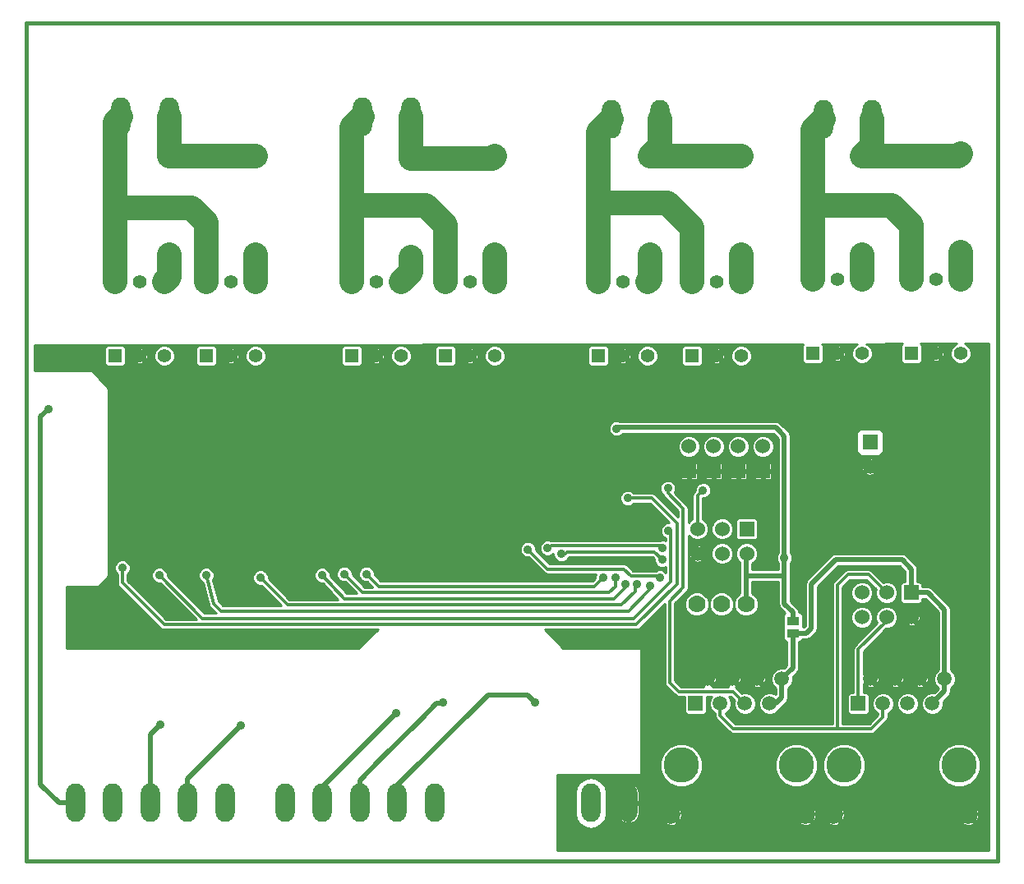
<source format=gbl>
G04 (created by PCBNEW (2013-07-07 BZR 4022)-stable) date 02/10/2018 19:34:54*
%MOIN*%
G04 Gerber Fmt 3.4, Leading zero omitted, Abs format*
%FSLAX34Y34*%
G01*
G70*
G90*
G04 APERTURE LIST*
%ADD10C,0.00590551*%
%ADD11C,0.015*%
%ADD12O,0.078X0.156*%
%ADD13R,0.06X0.06*%
%ADD14C,0.06*%
%ADD15C,0.1437*%
%ADD16R,0.0591X0.0591*%
%ADD17C,0.0591*%
%ADD18C,0.0787402*%
%ADD19R,0.05X0.038*%
%ADD20C,0.07*%
%ADD21R,0.055X0.055*%
%ADD22C,0.055*%
%ADD23C,0.035*%
%ADD24C,0.0197*%
%ADD25C,0.1*%
%ADD26C,0.011811*%
%ADD27C,0.01*%
G04 APERTURE END LIST*
G54D10*
G54D11*
X71500Y-62000D02*
X110900Y-62000D01*
X71500Y-28000D02*
X110900Y-28000D01*
X110900Y-28000D02*
X110800Y-28000D01*
X110900Y-62000D02*
X110900Y-28000D01*
X71500Y-62000D02*
X71500Y-28000D01*
G54D12*
X82000Y-59645D03*
X83515Y-59645D03*
X85031Y-59645D03*
X86547Y-59645D03*
X88062Y-59645D03*
X73500Y-59645D03*
X75015Y-59645D03*
X76531Y-59645D03*
X78047Y-59645D03*
X79562Y-59645D03*
G54D13*
X107400Y-51112D03*
G54D14*
X107400Y-52112D03*
X106400Y-51112D03*
X106400Y-52112D03*
X105400Y-51112D03*
X105400Y-52112D03*
G54D13*
X101375Y-46175D03*
G54D14*
X101375Y-45175D03*
G54D13*
X100375Y-46175D03*
G54D14*
X100375Y-45175D03*
G54D13*
X98375Y-46175D03*
G54D14*
X98375Y-45175D03*
G54D13*
X105725Y-45000D03*
G54D14*
X105725Y-46000D03*
G54D13*
X99375Y-46175D03*
G54D14*
X99375Y-45175D03*
G54D13*
X100725Y-48525D03*
G54D14*
X100725Y-49525D03*
X99725Y-48525D03*
X99725Y-49525D03*
X98725Y-48525D03*
X98725Y-49525D03*
G54D12*
X94400Y-59645D03*
X95915Y-59645D03*
X77290Y-31800D03*
X75320Y-31800D03*
X87090Y-31800D03*
X85120Y-31800D03*
X97190Y-31900D03*
X95220Y-31900D03*
X105790Y-31900D03*
X103820Y-31900D03*
G54D15*
X102738Y-58112D03*
X98065Y-58112D03*
G54D16*
X98650Y-55612D03*
G54D17*
X99150Y-54612D03*
X99650Y-55612D03*
X100150Y-54612D03*
X100650Y-55612D03*
X101150Y-54612D03*
X101650Y-55612D03*
X102150Y-54612D03*
G54D18*
X97650Y-60112D03*
X103100Y-60112D03*
G54D15*
X109338Y-58112D03*
X104665Y-58112D03*
G54D16*
X105250Y-55612D03*
G54D17*
X105750Y-54612D03*
X106250Y-55612D03*
X106750Y-54612D03*
X107250Y-55612D03*
X107750Y-54612D03*
X108250Y-55612D03*
X108750Y-54612D03*
G54D18*
X104250Y-60112D03*
X109700Y-60112D03*
G54D19*
X102600Y-52250D03*
X102600Y-52750D03*
G54D20*
X98700Y-51575D03*
X99700Y-51575D03*
X100700Y-51575D03*
G54D13*
X77300Y-33400D03*
G54D14*
X77300Y-37400D03*
G54D13*
X80800Y-37400D03*
G54D14*
X80800Y-33400D03*
G54D13*
X87100Y-33500D03*
G54D14*
X87100Y-37500D03*
G54D13*
X90500Y-37400D03*
G54D14*
X90500Y-33400D03*
G54D13*
X96800Y-33400D03*
G54D14*
X96800Y-37400D03*
G54D13*
X100500Y-37400D03*
G54D14*
X100500Y-33400D03*
G54D13*
X105400Y-33400D03*
G54D14*
X105400Y-37400D03*
G54D13*
X109400Y-37300D03*
G54D14*
X109400Y-33300D03*
G54D21*
X75100Y-41500D03*
G54D22*
X76100Y-41500D03*
X77100Y-41500D03*
X77100Y-38500D03*
X76100Y-38500D03*
X75100Y-38500D03*
G54D21*
X78800Y-41500D03*
G54D22*
X79800Y-41500D03*
X80800Y-41500D03*
X80800Y-38500D03*
X79800Y-38500D03*
X78800Y-38500D03*
G54D21*
X84700Y-41500D03*
G54D22*
X85700Y-41500D03*
X86700Y-41500D03*
X86700Y-38500D03*
X85700Y-38500D03*
X84700Y-38500D03*
G54D21*
X88500Y-41500D03*
G54D22*
X89500Y-41500D03*
X90500Y-41500D03*
X90500Y-38500D03*
X89500Y-38500D03*
X88500Y-38500D03*
G54D21*
X94700Y-41500D03*
G54D22*
X95700Y-41500D03*
X96700Y-41500D03*
X96700Y-38500D03*
X95700Y-38500D03*
X94700Y-38500D03*
G54D21*
X98500Y-41500D03*
G54D22*
X99500Y-41500D03*
X100500Y-41500D03*
X100500Y-38500D03*
X99500Y-38500D03*
X98500Y-38500D03*
G54D21*
X103400Y-41400D03*
G54D22*
X104400Y-41400D03*
X105400Y-41400D03*
X105400Y-38400D03*
X104400Y-38400D03*
X103400Y-38400D03*
G54D21*
X107400Y-41400D03*
G54D22*
X108400Y-41400D03*
X109400Y-41400D03*
X109400Y-38400D03*
X108400Y-38400D03*
X107400Y-38400D03*
G54D23*
X95450Y-44450D03*
X102250Y-49700D03*
X97525Y-46875D03*
X75400Y-50100D03*
X95900Y-47275D03*
X97550Y-48600D03*
X76900Y-50400D03*
X78800Y-50400D03*
X96800Y-50825D03*
X81000Y-50500D03*
X96275Y-50775D03*
X83500Y-50400D03*
X95800Y-50750D03*
X84400Y-50350D03*
X95400Y-50500D03*
X85300Y-50350D03*
X94900Y-50500D03*
X92650Y-45000D03*
X94500Y-46625D03*
X95250Y-48800D03*
X75500Y-53000D03*
X84800Y-52900D03*
X72400Y-43650D03*
X76950Y-56450D03*
X80200Y-56500D03*
X86500Y-56000D03*
X88400Y-55550D03*
X92150Y-55550D03*
X92650Y-49300D03*
X97300Y-49300D03*
X91850Y-49350D03*
X97200Y-50500D03*
X98950Y-46950D03*
X93210Y-49540D03*
X97300Y-49775D03*
G54D24*
X102250Y-50425D02*
X102250Y-51550D01*
X102600Y-51900D02*
X102600Y-52250D01*
X102250Y-51550D02*
X102600Y-51900D01*
X102250Y-49450D02*
X102250Y-49700D01*
X102250Y-45650D02*
X102250Y-49450D01*
X102025Y-44525D02*
X102250Y-44750D01*
X102250Y-44750D02*
X102250Y-45650D01*
X101900Y-44400D02*
X102025Y-44525D01*
X95500Y-44400D02*
X101900Y-44400D01*
X95450Y-44450D02*
X95500Y-44400D01*
X100700Y-50425D02*
X102250Y-50425D01*
X102250Y-50425D02*
X102225Y-50425D01*
X102225Y-50425D02*
X102250Y-50425D01*
X100700Y-51575D02*
X100700Y-50425D01*
X100700Y-50425D02*
X100700Y-49550D01*
X100700Y-49550D02*
X100725Y-49525D01*
X100725Y-49525D02*
X100775Y-49575D01*
X102250Y-50425D02*
X102250Y-50200D01*
X102250Y-50200D02*
X102250Y-49700D01*
G54D25*
X78800Y-38500D02*
X78800Y-36100D01*
X78200Y-35500D02*
X75100Y-35500D01*
X78800Y-36100D02*
X78200Y-35500D01*
X75100Y-38500D02*
X75100Y-35500D01*
X75100Y-35500D02*
X75100Y-32020D01*
X75100Y-32020D02*
X75320Y-31800D01*
X77300Y-37400D02*
X77300Y-38300D01*
X77300Y-38300D02*
X77100Y-38500D01*
X87100Y-33500D02*
X90400Y-33500D01*
X90400Y-33500D02*
X90500Y-33400D01*
X87090Y-31800D02*
X87090Y-33490D01*
X87090Y-33490D02*
X87100Y-33500D01*
X90500Y-37400D02*
X90500Y-38500D01*
X94700Y-35300D02*
X97500Y-35300D01*
X98500Y-36300D02*
X98500Y-38500D01*
X97500Y-35300D02*
X98500Y-36300D01*
X94700Y-38500D02*
X94700Y-35300D01*
X94700Y-35300D02*
X94700Y-32420D01*
X94700Y-32420D02*
X95220Y-31900D01*
X84700Y-35400D02*
X87700Y-35400D01*
X88500Y-36200D02*
X88500Y-38500D01*
X87700Y-35400D02*
X88500Y-36200D01*
X84700Y-38500D02*
X84700Y-35400D01*
X84700Y-35400D02*
X84700Y-32220D01*
X84700Y-32220D02*
X85120Y-31800D01*
X96800Y-33400D02*
X100500Y-33400D01*
X97190Y-31900D02*
X97190Y-33010D01*
X97190Y-33010D02*
X96800Y-33400D01*
X96800Y-37400D02*
X96800Y-38400D01*
X96800Y-38400D02*
X96700Y-38500D01*
X100500Y-37400D02*
X100500Y-38500D01*
X103400Y-35400D02*
X106600Y-35400D01*
X107400Y-36200D02*
X107400Y-38400D01*
X106600Y-35400D02*
X107400Y-36200D01*
X103400Y-38400D02*
X103400Y-35400D01*
X103400Y-35400D02*
X103400Y-32320D01*
X103400Y-32320D02*
X103820Y-31900D01*
X105400Y-33400D02*
X109300Y-33400D01*
X109300Y-33400D02*
X109400Y-33300D01*
X105790Y-31900D02*
X105790Y-33010D01*
X105790Y-33010D02*
X105400Y-33400D01*
X105400Y-37400D02*
X105400Y-38400D01*
X109400Y-37300D02*
X109400Y-38400D01*
G54D26*
X98150Y-50850D02*
X98150Y-50900D01*
X98150Y-50900D02*
X97600Y-51450D01*
X97600Y-54750D02*
X97975Y-55125D01*
X97600Y-51450D02*
X97600Y-54750D01*
X98150Y-47925D02*
X98150Y-47700D01*
X97525Y-47075D02*
X97525Y-46875D01*
X98150Y-47700D02*
X97525Y-47075D01*
X100162Y-55125D02*
X100650Y-55612D01*
X97975Y-55125D02*
X100162Y-55125D01*
X98150Y-47925D02*
X98150Y-50850D01*
G54D24*
X102600Y-52750D02*
X102600Y-54162D01*
X102600Y-54162D02*
X102150Y-54612D01*
X102600Y-52750D02*
X103150Y-52750D01*
X103150Y-52750D02*
X103350Y-52550D01*
X103350Y-52550D02*
X103350Y-50750D01*
X104325Y-49775D02*
X107025Y-49775D01*
X107025Y-49775D02*
X107400Y-50150D01*
X107400Y-50150D02*
X107400Y-51112D01*
X103350Y-50750D02*
X104325Y-49775D01*
X107400Y-51112D02*
X108062Y-51112D01*
X108750Y-51800D02*
X108750Y-54612D01*
X108062Y-51112D02*
X108750Y-51800D01*
X108750Y-54612D02*
X108750Y-55112D01*
X108750Y-55112D02*
X108250Y-55612D01*
X101650Y-55612D02*
X101912Y-55612D01*
X102150Y-55375D02*
X102150Y-54612D01*
X101912Y-55612D02*
X102150Y-55375D01*
G54D26*
X78700Y-52400D02*
X77100Y-52400D01*
X75400Y-50700D02*
X75400Y-50100D01*
X77100Y-52400D02*
X75400Y-50700D01*
X96250Y-52400D02*
X97900Y-50750D01*
X78700Y-52400D02*
X95200Y-52400D01*
X95200Y-52400D02*
X96250Y-52400D01*
X97900Y-49950D02*
X97900Y-50750D01*
X95900Y-47275D02*
X96875Y-47275D01*
X96875Y-47275D02*
X97900Y-48300D01*
X97900Y-48300D02*
X97900Y-49950D01*
X97900Y-48650D02*
X97900Y-48300D01*
X97900Y-49950D02*
X97900Y-48650D01*
X97900Y-48300D02*
X97900Y-48300D01*
X95100Y-52150D02*
X96150Y-52150D01*
X97650Y-48700D02*
X97550Y-48600D01*
X97650Y-50650D02*
X97650Y-48700D01*
X96150Y-52150D02*
X97650Y-50650D01*
X79000Y-52150D02*
X95100Y-52150D01*
X78650Y-52150D02*
X76900Y-50400D01*
X79000Y-52150D02*
X78650Y-52150D01*
X95925Y-51850D02*
X96650Y-51125D01*
X96650Y-51125D02*
X96712Y-51062D01*
X78800Y-50400D02*
X79100Y-51550D01*
X95100Y-51850D02*
X95675Y-51850D01*
X79100Y-51550D02*
X79400Y-51850D01*
X79400Y-51850D02*
X95100Y-51850D01*
X95675Y-51850D02*
X95925Y-51850D01*
X96800Y-50975D02*
X96675Y-51100D01*
X96800Y-50825D02*
X96800Y-50975D01*
X81000Y-50500D02*
X82100Y-51600D01*
X82100Y-51600D02*
X82300Y-51600D01*
X96200Y-51050D02*
X96200Y-50850D01*
X96200Y-50850D02*
X96275Y-50775D01*
X95650Y-51600D02*
X96200Y-51050D01*
X94850Y-51600D02*
X95650Y-51600D01*
X82100Y-51600D02*
X82300Y-51600D01*
X82300Y-51600D02*
X94850Y-51600D01*
X84550Y-51350D02*
X84400Y-51350D01*
X84400Y-51350D02*
X83500Y-50400D01*
X95800Y-50900D02*
X95800Y-50750D01*
X95350Y-51350D02*
X95800Y-50900D01*
X84550Y-51350D02*
X94500Y-51350D01*
X94500Y-51350D02*
X95350Y-51350D01*
X85400Y-51100D02*
X85150Y-51100D01*
X85150Y-51100D02*
X84400Y-50350D01*
X95400Y-50850D02*
X95400Y-50500D01*
X95150Y-51100D02*
X95400Y-50850D01*
X85400Y-51100D02*
X94350Y-51100D01*
X94350Y-51100D02*
X95150Y-51100D01*
X86200Y-50850D02*
X85800Y-50850D01*
X85800Y-50850D02*
X85300Y-50350D01*
X94050Y-50850D02*
X94550Y-50850D01*
X94550Y-50850D02*
X94900Y-50500D01*
X86200Y-50850D02*
X94050Y-50850D01*
X95865Y-58950D02*
X95865Y-59284D01*
G54D24*
X72075Y-43975D02*
X72400Y-43650D01*
X72075Y-46065D02*
X72075Y-48180D01*
X72075Y-46065D02*
X72075Y-43975D01*
X72075Y-58900D02*
X72075Y-48180D01*
X73500Y-59645D02*
X72820Y-59645D01*
X72075Y-48180D02*
X72075Y-48175D01*
X72820Y-59645D02*
X72075Y-58900D01*
X76531Y-56868D02*
X76531Y-59645D01*
X76950Y-56450D02*
X76531Y-56868D01*
X78047Y-58652D02*
X78047Y-59645D01*
X80200Y-56500D02*
X78047Y-58652D01*
X84125Y-58375D02*
X83515Y-58984D01*
X83515Y-58984D02*
X83515Y-59645D01*
X83515Y-59000D02*
X83515Y-58984D01*
X84125Y-58375D02*
X86500Y-56000D01*
X85850Y-57900D02*
X85031Y-58718D01*
X85031Y-58718D02*
X85031Y-59645D01*
X85850Y-57900D02*
X87500Y-56250D01*
X85031Y-58718D02*
X85031Y-59000D01*
X88150Y-55600D02*
X87500Y-56250D01*
X88350Y-55600D02*
X88150Y-55600D01*
X88400Y-55550D02*
X88350Y-55600D01*
X90225Y-55250D02*
X91850Y-55250D01*
X91850Y-55250D02*
X92150Y-55550D01*
X86547Y-58927D02*
X90225Y-55250D01*
X86547Y-59645D02*
X86547Y-58927D01*
G54D26*
X92650Y-49300D02*
X92700Y-49300D01*
X97200Y-49200D02*
X97300Y-49300D01*
X92800Y-49200D02*
X97200Y-49200D01*
X92700Y-49300D02*
X92800Y-49200D01*
X92850Y-50150D02*
X92650Y-50150D01*
X92650Y-50150D02*
X91850Y-49350D01*
X93000Y-50150D02*
X92850Y-50150D01*
X93000Y-50150D02*
X95750Y-50150D01*
X97125Y-50425D02*
X97200Y-50500D01*
X96025Y-50425D02*
X97125Y-50425D01*
X95750Y-50150D02*
X96025Y-50425D01*
G54D25*
X77300Y-33400D02*
X77300Y-31810D01*
X77300Y-31810D02*
X77290Y-31800D01*
X80800Y-33400D02*
X77300Y-33400D01*
X80800Y-38500D02*
X80800Y-37400D01*
X87100Y-37500D02*
X87100Y-38100D01*
X87100Y-38100D02*
X86700Y-38500D01*
G54D26*
X98725Y-48075D02*
X98725Y-47175D01*
X98725Y-47175D02*
X98950Y-46950D01*
X98725Y-48525D02*
X98725Y-48075D01*
X93210Y-49540D02*
X93360Y-49540D01*
X96975Y-49450D02*
X97300Y-49775D01*
X93450Y-49450D02*
X96975Y-49450D01*
X93360Y-49540D02*
X93450Y-49450D01*
X97200Y-49675D02*
X97300Y-49775D01*
X97200Y-49675D02*
X97300Y-49775D01*
X97200Y-49675D02*
X97300Y-49775D01*
X104400Y-52400D02*
X104400Y-50800D01*
X105662Y-50375D02*
X106400Y-51112D01*
X104825Y-50375D02*
X105662Y-50375D01*
X104400Y-50800D02*
X104825Y-50375D01*
X104400Y-55900D02*
X104400Y-56625D01*
X104400Y-54475D02*
X104400Y-52400D01*
X104400Y-54475D02*
X104400Y-55900D01*
X99650Y-55612D02*
X99650Y-56100D01*
X99650Y-56100D02*
X100175Y-56625D01*
X100175Y-56625D02*
X104400Y-56625D01*
X104400Y-56625D02*
X105500Y-56625D01*
X106250Y-56150D02*
X106250Y-55612D01*
X105500Y-56625D02*
X105775Y-56625D01*
X105775Y-56625D02*
X106250Y-56150D01*
X105250Y-55612D02*
X105250Y-53400D01*
X106400Y-52250D02*
X106400Y-52112D01*
X105250Y-53400D02*
X106400Y-52250D01*
G54D10*
G36*
X110550Y-61550D02*
X110206Y-61550D01*
X110206Y-57940D01*
X110074Y-57621D01*
X109830Y-57376D01*
X109511Y-57244D01*
X109195Y-57243D01*
X109195Y-54524D01*
X109127Y-54360D01*
X109002Y-54235D01*
X108998Y-54233D01*
X108998Y-51800D01*
X108998Y-51799D01*
X108998Y-51799D01*
X108994Y-51781D01*
X108979Y-51704D01*
X108979Y-51704D01*
X108925Y-51624D01*
X108925Y-51624D01*
X108730Y-51428D01*
X108730Y-41427D01*
X108715Y-41299D01*
X108694Y-41247D01*
X108658Y-41212D01*
X108587Y-41283D01*
X108587Y-41141D01*
X108552Y-41105D01*
X108427Y-41069D01*
X108299Y-41084D01*
X108247Y-41105D01*
X108212Y-41141D01*
X108400Y-41329D01*
X108587Y-41141D01*
X108587Y-41283D01*
X108470Y-41400D01*
X108658Y-41587D01*
X108694Y-41552D01*
X108730Y-41427D01*
X108730Y-51428D01*
X108587Y-51285D01*
X108587Y-41658D01*
X108400Y-41470D01*
X108329Y-41541D01*
X108329Y-41400D01*
X108141Y-41212D01*
X108105Y-41247D01*
X108069Y-41372D01*
X108084Y-41500D01*
X108105Y-41552D01*
X108141Y-41587D01*
X108329Y-41400D01*
X108329Y-41541D01*
X108212Y-41658D01*
X108247Y-41694D01*
X108372Y-41730D01*
X108500Y-41715D01*
X108552Y-41694D01*
X108587Y-41658D01*
X108587Y-51285D01*
X108238Y-50936D01*
X108157Y-50883D01*
X108062Y-50864D01*
X107850Y-50864D01*
X107850Y-50782D01*
X107827Y-50727D01*
X107785Y-50685D01*
X107729Y-50662D01*
X107670Y-50662D01*
X107648Y-50662D01*
X107648Y-50150D01*
X107629Y-50054D01*
X107629Y-50054D01*
X107608Y-50022D01*
X107575Y-49974D01*
X107575Y-49974D01*
X107200Y-49599D01*
X107120Y-49545D01*
X107025Y-49526D01*
X106272Y-49526D01*
X106272Y-45251D01*
X106272Y-44651D01*
X106234Y-44560D01*
X106165Y-44490D01*
X106074Y-44453D01*
X105976Y-44452D01*
X105376Y-44452D01*
X105285Y-44490D01*
X105215Y-44559D01*
X105178Y-44650D01*
X105177Y-44748D01*
X105177Y-45348D01*
X105215Y-45439D01*
X105284Y-45509D01*
X105375Y-45546D01*
X105473Y-45547D01*
X106073Y-45547D01*
X106164Y-45509D01*
X106234Y-45440D01*
X106271Y-45349D01*
X106272Y-45251D01*
X106272Y-49526D01*
X106080Y-49526D01*
X106080Y-46033D01*
X106066Y-45895D01*
X106040Y-45832D01*
X106001Y-45794D01*
X105930Y-45865D01*
X105930Y-45723D01*
X105892Y-45684D01*
X105758Y-45644D01*
X105620Y-45658D01*
X105557Y-45684D01*
X105519Y-45723D01*
X105725Y-45929D01*
X105930Y-45723D01*
X105930Y-45865D01*
X105795Y-46000D01*
X106001Y-46205D01*
X106040Y-46167D01*
X106080Y-46033D01*
X106080Y-49526D01*
X105930Y-49526D01*
X105930Y-46276D01*
X105725Y-46070D01*
X105654Y-46141D01*
X105654Y-46000D01*
X105448Y-45794D01*
X105409Y-45832D01*
X105369Y-45966D01*
X105383Y-46104D01*
X105409Y-46167D01*
X105448Y-46205D01*
X105654Y-46000D01*
X105654Y-46141D01*
X105519Y-46276D01*
X105557Y-46315D01*
X105691Y-46355D01*
X105829Y-46341D01*
X105892Y-46315D01*
X105930Y-46276D01*
X105930Y-49526D01*
X104730Y-49526D01*
X104730Y-41427D01*
X104715Y-41299D01*
X104694Y-41247D01*
X104658Y-41212D01*
X104587Y-41283D01*
X104587Y-41141D01*
X104552Y-41105D01*
X104427Y-41069D01*
X104299Y-41084D01*
X104247Y-41105D01*
X104212Y-41141D01*
X104400Y-41329D01*
X104587Y-41141D01*
X104587Y-41283D01*
X104470Y-41400D01*
X104658Y-41587D01*
X104694Y-41552D01*
X104730Y-41427D01*
X104730Y-49526D01*
X104587Y-49526D01*
X104587Y-41658D01*
X104400Y-41470D01*
X104329Y-41541D01*
X104329Y-41400D01*
X104141Y-41212D01*
X104105Y-41247D01*
X104069Y-41372D01*
X104084Y-41500D01*
X104105Y-41552D01*
X104141Y-41587D01*
X104329Y-41400D01*
X104329Y-41541D01*
X104212Y-41658D01*
X104247Y-41694D01*
X104372Y-41730D01*
X104500Y-41715D01*
X104552Y-41694D01*
X104587Y-41658D01*
X104587Y-49526D01*
X104325Y-49526D01*
X104324Y-49526D01*
X104306Y-49530D01*
X104229Y-49545D01*
X104149Y-49599D01*
X104149Y-49599D01*
X103174Y-50574D01*
X103120Y-50654D01*
X103101Y-50750D01*
X103101Y-52447D01*
X103047Y-52501D01*
X102988Y-52501D01*
X102987Y-52499D01*
X102999Y-52469D01*
X103000Y-52410D01*
X103000Y-52030D01*
X102977Y-51975D01*
X102935Y-51932D01*
X102879Y-51910D01*
X102848Y-51909D01*
X102848Y-51900D01*
X102848Y-51899D01*
X102848Y-51899D01*
X102844Y-51881D01*
X102829Y-51804D01*
X102829Y-51804D01*
X102775Y-51724D01*
X102775Y-51724D01*
X102498Y-51447D01*
X102498Y-50425D01*
X102498Y-50200D01*
X102498Y-49911D01*
X102525Y-49884D01*
X102574Y-49764D01*
X102575Y-49635D01*
X102525Y-49516D01*
X102498Y-49488D01*
X102498Y-49450D01*
X102498Y-45650D01*
X102498Y-44750D01*
X102479Y-44654D01*
X102425Y-44574D01*
X102200Y-44349D01*
X102200Y-44349D01*
X102075Y-44224D01*
X101995Y-44170D01*
X101900Y-44151D01*
X100925Y-44151D01*
X100925Y-41415D01*
X100860Y-41259D01*
X100741Y-41139D01*
X100584Y-41075D01*
X100415Y-41074D01*
X100259Y-41139D01*
X100139Y-41258D01*
X100075Y-41415D01*
X100074Y-41584D01*
X100139Y-41740D01*
X100258Y-41860D01*
X100415Y-41924D01*
X100584Y-41925D01*
X100740Y-41860D01*
X100860Y-41741D01*
X100924Y-41584D01*
X100925Y-41415D01*
X100925Y-44151D01*
X99830Y-44151D01*
X99830Y-41527D01*
X99815Y-41399D01*
X99794Y-41347D01*
X99758Y-41312D01*
X99687Y-41383D01*
X99687Y-41241D01*
X99652Y-41205D01*
X99527Y-41169D01*
X99399Y-41184D01*
X99347Y-41205D01*
X99312Y-41241D01*
X99500Y-41429D01*
X99687Y-41241D01*
X99687Y-41383D01*
X99570Y-41500D01*
X99758Y-41687D01*
X99794Y-41652D01*
X99830Y-41527D01*
X99830Y-44151D01*
X99687Y-44151D01*
X99687Y-41758D01*
X99500Y-41570D01*
X99429Y-41641D01*
X99429Y-41500D01*
X99241Y-41312D01*
X99205Y-41347D01*
X99169Y-41472D01*
X99184Y-41600D01*
X99205Y-41652D01*
X99241Y-41687D01*
X99429Y-41500D01*
X99429Y-41641D01*
X99312Y-41758D01*
X99347Y-41794D01*
X99472Y-41830D01*
X99600Y-41815D01*
X99652Y-41794D01*
X99687Y-41758D01*
X99687Y-44151D01*
X98925Y-44151D01*
X98925Y-41745D01*
X98925Y-41195D01*
X98902Y-41140D01*
X98860Y-41097D01*
X98804Y-41075D01*
X98745Y-41074D01*
X98195Y-41074D01*
X98140Y-41097D01*
X98097Y-41139D01*
X98075Y-41195D01*
X98074Y-41254D01*
X98074Y-41804D01*
X98097Y-41859D01*
X98139Y-41902D01*
X98195Y-41924D01*
X98254Y-41925D01*
X98804Y-41925D01*
X98859Y-41902D01*
X98902Y-41860D01*
X98924Y-41804D01*
X98925Y-41745D01*
X98925Y-44151D01*
X97125Y-44151D01*
X97125Y-41415D01*
X97060Y-41259D01*
X96941Y-41139D01*
X96784Y-41075D01*
X96615Y-41074D01*
X96459Y-41139D01*
X96339Y-41258D01*
X96275Y-41415D01*
X96274Y-41584D01*
X96339Y-41740D01*
X96458Y-41860D01*
X96615Y-41924D01*
X96784Y-41925D01*
X96940Y-41860D01*
X97060Y-41741D01*
X97124Y-41584D01*
X97125Y-41415D01*
X97125Y-44151D01*
X96030Y-44151D01*
X96030Y-41527D01*
X96015Y-41399D01*
X95994Y-41347D01*
X95958Y-41312D01*
X95887Y-41383D01*
X95887Y-41241D01*
X95852Y-41205D01*
X95727Y-41169D01*
X95599Y-41184D01*
X95547Y-41205D01*
X95512Y-41241D01*
X95700Y-41429D01*
X95887Y-41241D01*
X95887Y-41383D01*
X95770Y-41500D01*
X95958Y-41687D01*
X95994Y-41652D01*
X96030Y-41527D01*
X96030Y-44151D01*
X95887Y-44151D01*
X95887Y-41758D01*
X95700Y-41570D01*
X95629Y-41641D01*
X95629Y-41500D01*
X95441Y-41312D01*
X95405Y-41347D01*
X95369Y-41472D01*
X95384Y-41600D01*
X95405Y-41652D01*
X95441Y-41687D01*
X95629Y-41500D01*
X95629Y-41641D01*
X95512Y-41758D01*
X95547Y-41794D01*
X95672Y-41830D01*
X95800Y-41815D01*
X95852Y-41794D01*
X95887Y-41758D01*
X95887Y-44151D01*
X95578Y-44151D01*
X95514Y-44125D01*
X95385Y-44124D01*
X95266Y-44174D01*
X95174Y-44265D01*
X95125Y-44385D01*
X95125Y-44419D01*
X95125Y-41745D01*
X95125Y-41195D01*
X95102Y-41140D01*
X95060Y-41097D01*
X95004Y-41075D01*
X94945Y-41074D01*
X94395Y-41074D01*
X94340Y-41097D01*
X94297Y-41139D01*
X94275Y-41195D01*
X94274Y-41254D01*
X94274Y-41804D01*
X94297Y-41859D01*
X94339Y-41902D01*
X94395Y-41924D01*
X94454Y-41925D01*
X95004Y-41925D01*
X95059Y-41902D01*
X95102Y-41860D01*
X95124Y-41804D01*
X95125Y-41745D01*
X95125Y-44419D01*
X95124Y-44514D01*
X95174Y-44633D01*
X95265Y-44725D01*
X95385Y-44774D01*
X95514Y-44775D01*
X95633Y-44725D01*
X95711Y-44648D01*
X101797Y-44648D01*
X101849Y-44700D01*
X101849Y-44700D01*
X102001Y-44852D01*
X102001Y-45650D01*
X102001Y-49450D01*
X102001Y-49488D01*
X101974Y-49515D01*
X101925Y-49635D01*
X101924Y-49764D01*
X101974Y-49883D01*
X102001Y-49911D01*
X102001Y-50176D01*
X101825Y-50176D01*
X101825Y-45085D01*
X101756Y-44920D01*
X101630Y-44793D01*
X101464Y-44725D01*
X101285Y-44724D01*
X101120Y-44793D01*
X100993Y-44919D01*
X100925Y-45085D01*
X100924Y-45264D01*
X100993Y-45429D01*
X101119Y-45556D01*
X101285Y-45624D01*
X101464Y-45625D01*
X101629Y-45556D01*
X101756Y-45430D01*
X101824Y-45264D01*
X101825Y-45085D01*
X101825Y-50176D01*
X101725Y-50176D01*
X101725Y-46484D01*
X101725Y-45865D01*
X101717Y-45846D01*
X101703Y-45832D01*
X101684Y-45825D01*
X101665Y-45824D01*
X101437Y-45825D01*
X101425Y-45837D01*
X101425Y-46125D01*
X101712Y-46125D01*
X101725Y-46112D01*
X101725Y-45865D01*
X101725Y-46484D01*
X101725Y-46237D01*
X101712Y-46225D01*
X101425Y-46225D01*
X101425Y-46512D01*
X101437Y-46525D01*
X101665Y-46525D01*
X101684Y-46524D01*
X101703Y-46517D01*
X101717Y-46503D01*
X101725Y-46484D01*
X101725Y-50176D01*
X101325Y-50176D01*
X101325Y-46512D01*
X101325Y-46225D01*
X101325Y-46125D01*
X101325Y-45837D01*
X101312Y-45825D01*
X101084Y-45824D01*
X101065Y-45825D01*
X101046Y-45832D01*
X101032Y-45846D01*
X101024Y-45865D01*
X101025Y-46112D01*
X101037Y-46125D01*
X101325Y-46125D01*
X101325Y-46225D01*
X101037Y-46225D01*
X101025Y-46237D01*
X101024Y-46484D01*
X101032Y-46503D01*
X101046Y-46517D01*
X101065Y-46524D01*
X101084Y-46525D01*
X101312Y-46525D01*
X101325Y-46512D01*
X101325Y-50176D01*
X100948Y-50176D01*
X100948Y-49919D01*
X100979Y-49906D01*
X101106Y-49780D01*
X101174Y-49614D01*
X101175Y-49435D01*
X101175Y-49435D01*
X101175Y-48795D01*
X101175Y-48195D01*
X101152Y-48140D01*
X101110Y-48097D01*
X101054Y-48075D01*
X100995Y-48074D01*
X100825Y-48074D01*
X100825Y-45085D01*
X100756Y-44920D01*
X100630Y-44793D01*
X100464Y-44725D01*
X100285Y-44724D01*
X100120Y-44793D01*
X99993Y-44919D01*
X99925Y-45085D01*
X99924Y-45264D01*
X99993Y-45429D01*
X100119Y-45556D01*
X100285Y-45624D01*
X100464Y-45625D01*
X100629Y-45556D01*
X100756Y-45430D01*
X100824Y-45264D01*
X100825Y-45085D01*
X100825Y-48074D01*
X100725Y-48074D01*
X100725Y-46484D01*
X100725Y-45865D01*
X100717Y-45846D01*
X100703Y-45832D01*
X100684Y-45825D01*
X100665Y-45824D01*
X100437Y-45825D01*
X100425Y-45837D01*
X100425Y-46125D01*
X100712Y-46125D01*
X100725Y-46112D01*
X100725Y-45865D01*
X100725Y-46484D01*
X100725Y-46237D01*
X100712Y-46225D01*
X100425Y-46225D01*
X100425Y-46512D01*
X100437Y-46525D01*
X100665Y-46525D01*
X100684Y-46524D01*
X100703Y-46517D01*
X100717Y-46503D01*
X100725Y-46484D01*
X100725Y-48074D01*
X100395Y-48074D01*
X100340Y-48097D01*
X100325Y-48112D01*
X100325Y-46512D01*
X100325Y-46225D01*
X100325Y-46125D01*
X100325Y-45837D01*
X100312Y-45825D01*
X100084Y-45824D01*
X100065Y-45825D01*
X100046Y-45832D01*
X100032Y-45846D01*
X100024Y-45865D01*
X100025Y-46112D01*
X100037Y-46125D01*
X100325Y-46125D01*
X100325Y-46225D01*
X100037Y-46225D01*
X100025Y-46237D01*
X100024Y-46484D01*
X100032Y-46503D01*
X100046Y-46517D01*
X100065Y-46524D01*
X100084Y-46525D01*
X100312Y-46525D01*
X100325Y-46512D01*
X100325Y-48112D01*
X100297Y-48139D01*
X100275Y-48195D01*
X100274Y-48254D01*
X100274Y-48854D01*
X100297Y-48909D01*
X100339Y-48952D01*
X100395Y-48974D01*
X100454Y-48975D01*
X101054Y-48975D01*
X101109Y-48952D01*
X101152Y-48910D01*
X101174Y-48854D01*
X101175Y-48795D01*
X101175Y-49435D01*
X101106Y-49270D01*
X100980Y-49143D01*
X100814Y-49075D01*
X100635Y-49074D01*
X100470Y-49143D01*
X100343Y-49269D01*
X100275Y-49435D01*
X100274Y-49614D01*
X100343Y-49779D01*
X100451Y-49887D01*
X100451Y-50425D01*
X100451Y-51136D01*
X100417Y-51150D01*
X100276Y-51291D01*
X100200Y-51475D01*
X100200Y-51476D01*
X100200Y-51475D01*
X100175Y-51415D01*
X100175Y-49435D01*
X100175Y-48435D01*
X100106Y-48270D01*
X99980Y-48143D01*
X99825Y-48079D01*
X99825Y-45085D01*
X99756Y-44920D01*
X99630Y-44793D01*
X99464Y-44725D01*
X99285Y-44724D01*
X99120Y-44793D01*
X98993Y-44919D01*
X98925Y-45085D01*
X98924Y-45264D01*
X98993Y-45429D01*
X99119Y-45556D01*
X99285Y-45624D01*
X99464Y-45625D01*
X99629Y-45556D01*
X99756Y-45430D01*
X99824Y-45264D01*
X99825Y-45085D01*
X99825Y-48079D01*
X99814Y-48075D01*
X99725Y-48075D01*
X99725Y-46484D01*
X99725Y-45865D01*
X99717Y-45846D01*
X99703Y-45832D01*
X99684Y-45825D01*
X99665Y-45824D01*
X99437Y-45825D01*
X99425Y-45837D01*
X99425Y-46125D01*
X99712Y-46125D01*
X99725Y-46112D01*
X99725Y-45865D01*
X99725Y-46484D01*
X99725Y-46237D01*
X99712Y-46225D01*
X99425Y-46225D01*
X99425Y-46512D01*
X99437Y-46525D01*
X99665Y-46525D01*
X99684Y-46524D01*
X99703Y-46517D01*
X99717Y-46503D01*
X99725Y-46484D01*
X99725Y-48075D01*
X99635Y-48074D01*
X99470Y-48143D01*
X99343Y-48269D01*
X99325Y-48314D01*
X99325Y-46512D01*
X99325Y-46225D01*
X99325Y-46125D01*
X99325Y-45837D01*
X99312Y-45825D01*
X99084Y-45824D01*
X99065Y-45825D01*
X99046Y-45832D01*
X99032Y-45846D01*
X99024Y-45865D01*
X99025Y-46112D01*
X99037Y-46125D01*
X99325Y-46125D01*
X99325Y-46225D01*
X99037Y-46225D01*
X99025Y-46237D01*
X99024Y-46484D01*
X99032Y-46503D01*
X99046Y-46517D01*
X99065Y-46524D01*
X99084Y-46525D01*
X99312Y-46525D01*
X99325Y-46512D01*
X99325Y-48314D01*
X99275Y-48435D01*
X99274Y-48614D01*
X99343Y-48779D01*
X99469Y-48906D01*
X99635Y-48974D01*
X99814Y-48975D01*
X99979Y-48906D01*
X100106Y-48780D01*
X100174Y-48614D01*
X100175Y-48435D01*
X100175Y-49435D01*
X100106Y-49270D01*
X99980Y-49143D01*
X99814Y-49075D01*
X99635Y-49074D01*
X99470Y-49143D01*
X99343Y-49269D01*
X99275Y-49435D01*
X99274Y-49614D01*
X99343Y-49779D01*
X99469Y-49906D01*
X99635Y-49974D01*
X99814Y-49975D01*
X99979Y-49906D01*
X100106Y-49780D01*
X100174Y-49614D01*
X100175Y-49435D01*
X100175Y-51415D01*
X100124Y-51292D01*
X99983Y-51151D01*
X99799Y-51075D01*
X99600Y-51074D01*
X99417Y-51150D01*
X99276Y-51291D01*
X99200Y-51475D01*
X99200Y-51476D01*
X99200Y-51475D01*
X99124Y-51292D01*
X99080Y-51248D01*
X99080Y-49558D01*
X99066Y-49420D01*
X99040Y-49357D01*
X99001Y-49319D01*
X98930Y-49390D01*
X98930Y-49248D01*
X98892Y-49209D01*
X98758Y-49169D01*
X98620Y-49183D01*
X98557Y-49209D01*
X98519Y-49248D01*
X98725Y-49454D01*
X98930Y-49248D01*
X98930Y-49390D01*
X98795Y-49525D01*
X99001Y-49730D01*
X99040Y-49692D01*
X99080Y-49558D01*
X99080Y-51248D01*
X98983Y-51151D01*
X98930Y-51129D01*
X98930Y-49801D01*
X98725Y-49595D01*
X98654Y-49666D01*
X98654Y-49525D01*
X98448Y-49319D01*
X98409Y-49357D01*
X98369Y-49491D01*
X98383Y-49629D01*
X98409Y-49692D01*
X98448Y-49730D01*
X98654Y-49525D01*
X98654Y-49666D01*
X98519Y-49801D01*
X98557Y-49840D01*
X98691Y-49880D01*
X98829Y-49866D01*
X98892Y-49840D01*
X98930Y-49801D01*
X98930Y-51129D01*
X98799Y-51075D01*
X98600Y-51074D01*
X98417Y-51150D01*
X98276Y-51291D01*
X98200Y-51475D01*
X98199Y-51674D01*
X98275Y-51857D01*
X98416Y-51998D01*
X98600Y-52074D01*
X98799Y-52075D01*
X98982Y-51999D01*
X99123Y-51858D01*
X99199Y-51674D01*
X99200Y-51475D01*
X99200Y-51476D01*
X99199Y-51674D01*
X99275Y-51857D01*
X99416Y-51998D01*
X99600Y-52074D01*
X99799Y-52075D01*
X99982Y-51999D01*
X100123Y-51858D01*
X100199Y-51674D01*
X100200Y-51475D01*
X100200Y-51476D01*
X100199Y-51674D01*
X100275Y-51857D01*
X100416Y-51998D01*
X100600Y-52074D01*
X100799Y-52075D01*
X100982Y-51999D01*
X101123Y-51858D01*
X101199Y-51674D01*
X101200Y-51475D01*
X101124Y-51292D01*
X100983Y-51151D01*
X100948Y-51136D01*
X100948Y-50673D01*
X102001Y-50673D01*
X102001Y-51550D01*
X102020Y-51645D01*
X102074Y-51725D01*
X102276Y-51928D01*
X102265Y-51932D01*
X102222Y-51974D01*
X102200Y-52030D01*
X102199Y-52089D01*
X102199Y-52469D01*
X102212Y-52500D01*
X102200Y-52530D01*
X102199Y-52589D01*
X102199Y-52969D01*
X102222Y-53024D01*
X102264Y-53067D01*
X102320Y-53089D01*
X102351Y-53090D01*
X102351Y-54059D01*
X102242Y-54168D01*
X102239Y-54167D01*
X102061Y-54167D01*
X101897Y-54234D01*
X101772Y-54359D01*
X101704Y-54523D01*
X101704Y-54700D01*
X101772Y-54864D01*
X101897Y-54990D01*
X101901Y-54991D01*
X101901Y-55234D01*
X101739Y-55167D01*
X101561Y-55167D01*
X101500Y-55192D01*
X101500Y-54645D01*
X101486Y-54508D01*
X101461Y-54448D01*
X101422Y-54410D01*
X101352Y-54481D01*
X101352Y-54339D01*
X101314Y-54301D01*
X101182Y-54261D01*
X101046Y-54276D01*
X100985Y-54301D01*
X100947Y-54339D01*
X101150Y-54541D01*
X101352Y-54339D01*
X101352Y-54481D01*
X101220Y-54612D01*
X101422Y-54814D01*
X101461Y-54777D01*
X101500Y-54645D01*
X101500Y-55192D01*
X101397Y-55234D01*
X101352Y-55280D01*
X101352Y-54885D01*
X101150Y-54683D01*
X101079Y-54754D01*
X101079Y-54612D01*
X100877Y-54410D01*
X100838Y-54448D01*
X100799Y-54579D01*
X100813Y-54716D01*
X100838Y-54777D01*
X100877Y-54814D01*
X101079Y-54612D01*
X101079Y-54754D01*
X100947Y-54885D01*
X100985Y-54924D01*
X101117Y-54963D01*
X101253Y-54949D01*
X101314Y-54924D01*
X101352Y-54885D01*
X101352Y-55280D01*
X101272Y-55359D01*
X101204Y-55523D01*
X101204Y-55700D01*
X101272Y-55864D01*
X101397Y-55990D01*
X101560Y-56058D01*
X101738Y-56058D01*
X101902Y-55990D01*
X102027Y-55865D01*
X102048Y-55814D01*
X102088Y-55788D01*
X102325Y-55550D01*
X102325Y-55550D01*
X102325Y-55550D01*
X102379Y-55470D01*
X102379Y-55470D01*
X102394Y-55393D01*
X102398Y-55375D01*
X102398Y-55375D01*
X102398Y-55375D01*
X102398Y-54991D01*
X102402Y-54990D01*
X102527Y-54865D01*
X102595Y-54701D01*
X102595Y-54524D01*
X102593Y-54520D01*
X102775Y-54338D01*
X102829Y-54257D01*
X102848Y-54162D01*
X102848Y-53090D01*
X102879Y-53090D01*
X102934Y-53067D01*
X102977Y-53025D01*
X102988Y-52998D01*
X103150Y-52998D01*
X103245Y-52979D01*
X103325Y-52925D01*
X103525Y-52725D01*
X103525Y-52725D01*
X103525Y-52725D01*
X103558Y-52677D01*
X103579Y-52645D01*
X103579Y-52645D01*
X103598Y-52550D01*
X103598Y-50852D01*
X104427Y-50023D01*
X106922Y-50023D01*
X107151Y-50252D01*
X107151Y-50662D01*
X107070Y-50662D01*
X107015Y-50685D01*
X106972Y-50727D01*
X106950Y-50782D01*
X106949Y-50842D01*
X106949Y-51442D01*
X106972Y-51497D01*
X107014Y-51539D01*
X107070Y-51562D01*
X107129Y-51562D01*
X107729Y-51562D01*
X107784Y-51539D01*
X107827Y-51497D01*
X107849Y-51442D01*
X107850Y-51382D01*
X107850Y-51361D01*
X107959Y-51361D01*
X108501Y-51902D01*
X108501Y-54233D01*
X108497Y-54234D01*
X108372Y-54359D01*
X108304Y-54523D01*
X108304Y-54700D01*
X108372Y-54864D01*
X108497Y-54990D01*
X108501Y-54991D01*
X108501Y-55009D01*
X108342Y-55168D01*
X108339Y-55167D01*
X108161Y-55167D01*
X108100Y-55192D01*
X108100Y-54645D01*
X108086Y-54508D01*
X108061Y-54448D01*
X108022Y-54410D01*
X107952Y-54481D01*
X107952Y-54339D01*
X107914Y-54301D01*
X107782Y-54261D01*
X107755Y-54264D01*
X107755Y-52146D01*
X107741Y-52007D01*
X107715Y-51945D01*
X107676Y-51907D01*
X107605Y-51977D01*
X107605Y-51836D01*
X107567Y-51797D01*
X107433Y-51757D01*
X107295Y-51771D01*
X107232Y-51797D01*
X107194Y-51836D01*
X107400Y-52041D01*
X107605Y-51836D01*
X107605Y-51977D01*
X107470Y-52112D01*
X107676Y-52318D01*
X107715Y-52279D01*
X107755Y-52146D01*
X107755Y-54264D01*
X107646Y-54276D01*
X107605Y-54292D01*
X107605Y-52388D01*
X107400Y-52183D01*
X107329Y-52254D01*
X107329Y-52112D01*
X107123Y-51907D01*
X107084Y-51945D01*
X107044Y-52078D01*
X107058Y-52217D01*
X107084Y-52279D01*
X107123Y-52318D01*
X107329Y-52112D01*
X107329Y-52254D01*
X107194Y-52388D01*
X107232Y-52427D01*
X107366Y-52467D01*
X107504Y-52453D01*
X107567Y-52427D01*
X107605Y-52388D01*
X107605Y-54292D01*
X107585Y-54301D01*
X107547Y-54339D01*
X107750Y-54541D01*
X107952Y-54339D01*
X107952Y-54481D01*
X107820Y-54612D01*
X108022Y-54814D01*
X108061Y-54777D01*
X108100Y-54645D01*
X108100Y-55192D01*
X107997Y-55234D01*
X107952Y-55280D01*
X107952Y-54885D01*
X107750Y-54683D01*
X107679Y-54754D01*
X107679Y-54612D01*
X107477Y-54410D01*
X107438Y-54448D01*
X107399Y-54579D01*
X107413Y-54716D01*
X107438Y-54777D01*
X107477Y-54814D01*
X107679Y-54612D01*
X107679Y-54754D01*
X107547Y-54885D01*
X107585Y-54924D01*
X107717Y-54963D01*
X107853Y-54949D01*
X107914Y-54924D01*
X107952Y-54885D01*
X107952Y-55280D01*
X107872Y-55359D01*
X107804Y-55523D01*
X107804Y-55700D01*
X107872Y-55864D01*
X107997Y-55990D01*
X108160Y-56058D01*
X108338Y-56058D01*
X108502Y-55990D01*
X108627Y-55865D01*
X108695Y-55701D01*
X108695Y-55524D01*
X108693Y-55520D01*
X108925Y-55288D01*
X108979Y-55207D01*
X108998Y-55112D01*
X108998Y-54991D01*
X109002Y-54990D01*
X109127Y-54865D01*
X109195Y-54701D01*
X109195Y-54524D01*
X109195Y-57243D01*
X109166Y-57243D01*
X108846Y-57375D01*
X108602Y-57619D01*
X108469Y-57939D01*
X108469Y-58284D01*
X108601Y-58603D01*
X108845Y-58848D01*
X109164Y-58980D01*
X109509Y-58981D01*
X109829Y-58849D01*
X110073Y-58605D01*
X110206Y-58286D01*
X110206Y-57940D01*
X110206Y-61550D01*
X110148Y-61550D01*
X110148Y-60168D01*
X110136Y-59992D01*
X110093Y-59888D01*
X110044Y-59838D01*
X109973Y-59909D01*
X109973Y-59768D01*
X109923Y-59719D01*
X109756Y-59663D01*
X109580Y-59676D01*
X109476Y-59719D01*
X109426Y-59768D01*
X109700Y-60041D01*
X109973Y-59768D01*
X109973Y-59909D01*
X109770Y-60112D01*
X110044Y-60386D01*
X110093Y-60336D01*
X110148Y-60168D01*
X110148Y-61550D01*
X109973Y-61550D01*
X109973Y-60456D01*
X109700Y-60183D01*
X109629Y-60254D01*
X109629Y-60112D01*
X109355Y-59838D01*
X109306Y-59888D01*
X109251Y-60056D01*
X109263Y-60232D01*
X109306Y-60336D01*
X109355Y-60386D01*
X109629Y-60112D01*
X109629Y-60254D01*
X109426Y-60456D01*
X109476Y-60505D01*
X109643Y-60561D01*
X109819Y-60548D01*
X109923Y-60505D01*
X109973Y-60456D01*
X109973Y-61550D01*
X107695Y-61550D01*
X107695Y-55524D01*
X107627Y-55360D01*
X107502Y-55235D01*
X107339Y-55167D01*
X107161Y-55167D01*
X107100Y-55192D01*
X107100Y-54645D01*
X107086Y-54508D01*
X107061Y-54448D01*
X107022Y-54410D01*
X106952Y-54481D01*
X106952Y-54339D01*
X106914Y-54301D01*
X106850Y-54281D01*
X106850Y-52023D01*
X106781Y-51858D01*
X106655Y-51731D01*
X106489Y-51662D01*
X106310Y-51662D01*
X106145Y-51730D01*
X106018Y-51857D01*
X105950Y-52022D01*
X105949Y-52201D01*
X106009Y-52345D01*
X105850Y-52504D01*
X105850Y-52023D01*
X105850Y-51023D01*
X105781Y-50858D01*
X105655Y-50731D01*
X105489Y-50662D01*
X105310Y-50662D01*
X105145Y-50730D01*
X105018Y-50857D01*
X104950Y-51022D01*
X104949Y-51201D01*
X105018Y-51367D01*
X105144Y-51493D01*
X105310Y-51562D01*
X105489Y-51562D01*
X105654Y-51494D01*
X105781Y-51367D01*
X105849Y-51202D01*
X105850Y-51023D01*
X105850Y-52023D01*
X105781Y-51858D01*
X105655Y-51731D01*
X105489Y-51662D01*
X105310Y-51662D01*
X105145Y-51730D01*
X105018Y-51857D01*
X104950Y-52022D01*
X104949Y-52201D01*
X105018Y-52367D01*
X105144Y-52493D01*
X105310Y-52562D01*
X105489Y-52562D01*
X105654Y-52494D01*
X105781Y-52367D01*
X105849Y-52202D01*
X105850Y-52023D01*
X105850Y-52504D01*
X105102Y-53252D01*
X105056Y-53319D01*
X105040Y-53400D01*
X105040Y-55167D01*
X104924Y-55167D01*
X104869Y-55189D01*
X104827Y-55232D01*
X104804Y-55287D01*
X104804Y-55346D01*
X104804Y-55937D01*
X104827Y-55992D01*
X104869Y-56035D01*
X104924Y-56058D01*
X104984Y-56058D01*
X105575Y-56058D01*
X105630Y-56035D01*
X105672Y-55993D01*
X105695Y-55938D01*
X105695Y-55878D01*
X105695Y-55287D01*
X105672Y-55232D01*
X105630Y-55190D01*
X105575Y-55167D01*
X105515Y-55167D01*
X105459Y-55167D01*
X105459Y-54797D01*
X105477Y-54814D01*
X105679Y-54612D01*
X105477Y-54410D01*
X105459Y-54427D01*
X105459Y-53486D01*
X106383Y-52562D01*
X106489Y-52562D01*
X106654Y-52494D01*
X106781Y-52367D01*
X106849Y-52202D01*
X106850Y-52023D01*
X106850Y-54281D01*
X106782Y-54261D01*
X106646Y-54276D01*
X106585Y-54301D01*
X106547Y-54339D01*
X106750Y-54541D01*
X106952Y-54339D01*
X106952Y-54481D01*
X106820Y-54612D01*
X107022Y-54814D01*
X107061Y-54777D01*
X107100Y-54645D01*
X107100Y-55192D01*
X106997Y-55234D01*
X106952Y-55280D01*
X106952Y-54885D01*
X106750Y-54683D01*
X106679Y-54754D01*
X106679Y-54612D01*
X106477Y-54410D01*
X106438Y-54448D01*
X106399Y-54579D01*
X106413Y-54716D01*
X106438Y-54777D01*
X106477Y-54814D01*
X106679Y-54612D01*
X106679Y-54754D01*
X106547Y-54885D01*
X106585Y-54924D01*
X106717Y-54963D01*
X106853Y-54949D01*
X106914Y-54924D01*
X106952Y-54885D01*
X106952Y-55280D01*
X106872Y-55359D01*
X106804Y-55523D01*
X106804Y-55700D01*
X106872Y-55864D01*
X106997Y-55990D01*
X107160Y-56058D01*
X107338Y-56058D01*
X107502Y-55990D01*
X107627Y-55865D01*
X107695Y-55701D01*
X107695Y-55524D01*
X107695Y-61550D01*
X105533Y-61550D01*
X105533Y-57940D01*
X105401Y-57621D01*
X105157Y-57376D01*
X104838Y-57244D01*
X104493Y-57243D01*
X104173Y-57375D01*
X103929Y-57619D01*
X103796Y-57939D01*
X103796Y-58284D01*
X103928Y-58603D01*
X104172Y-58848D01*
X104491Y-58980D01*
X104836Y-58981D01*
X105156Y-58849D01*
X105400Y-58605D01*
X105533Y-58286D01*
X105533Y-57940D01*
X105533Y-61550D01*
X104698Y-61550D01*
X104698Y-60168D01*
X104686Y-59992D01*
X104643Y-59888D01*
X104594Y-59838D01*
X104523Y-59909D01*
X104523Y-59768D01*
X104473Y-59719D01*
X104306Y-59663D01*
X104130Y-59676D01*
X104026Y-59719D01*
X103976Y-59768D01*
X104250Y-60041D01*
X104523Y-59768D01*
X104523Y-59909D01*
X104320Y-60112D01*
X104594Y-60386D01*
X104643Y-60336D01*
X104698Y-60168D01*
X104698Y-61550D01*
X104523Y-61550D01*
X104523Y-60456D01*
X104250Y-60183D01*
X104179Y-60254D01*
X104179Y-60112D01*
X103905Y-59838D01*
X103856Y-59888D01*
X103801Y-60056D01*
X103813Y-60232D01*
X103856Y-60336D01*
X103905Y-60386D01*
X104179Y-60112D01*
X104179Y-60254D01*
X103976Y-60456D01*
X104026Y-60505D01*
X104193Y-60561D01*
X104369Y-60548D01*
X104473Y-60505D01*
X104523Y-60456D01*
X104523Y-61550D01*
X103606Y-61550D01*
X103606Y-57940D01*
X103474Y-57621D01*
X103230Y-57376D01*
X102911Y-57244D01*
X102566Y-57243D01*
X102246Y-57375D01*
X102002Y-57619D01*
X101869Y-57939D01*
X101869Y-58284D01*
X102001Y-58603D01*
X102245Y-58848D01*
X102564Y-58980D01*
X102909Y-58981D01*
X103229Y-58849D01*
X103473Y-58605D01*
X103606Y-58286D01*
X103606Y-57940D01*
X103606Y-61550D01*
X103548Y-61550D01*
X103548Y-60168D01*
X103536Y-59992D01*
X103493Y-59888D01*
X103444Y-59838D01*
X103373Y-59909D01*
X103373Y-59768D01*
X103323Y-59719D01*
X103156Y-59663D01*
X102980Y-59676D01*
X102876Y-59719D01*
X102826Y-59768D01*
X103100Y-60041D01*
X103373Y-59768D01*
X103373Y-59909D01*
X103170Y-60112D01*
X103444Y-60386D01*
X103493Y-60336D01*
X103548Y-60168D01*
X103548Y-61550D01*
X103373Y-61550D01*
X103373Y-60456D01*
X103100Y-60183D01*
X103029Y-60254D01*
X103029Y-60112D01*
X102755Y-59838D01*
X102706Y-59888D01*
X102651Y-60056D01*
X102663Y-60232D01*
X102706Y-60336D01*
X102755Y-60386D01*
X103029Y-60112D01*
X103029Y-60254D01*
X102826Y-60456D01*
X102876Y-60505D01*
X103043Y-60561D01*
X103219Y-60548D01*
X103323Y-60505D01*
X103373Y-60456D01*
X103373Y-61550D01*
X98933Y-61550D01*
X98933Y-57940D01*
X98801Y-57621D01*
X98557Y-57376D01*
X98238Y-57244D01*
X97893Y-57243D01*
X97573Y-57375D01*
X97329Y-57619D01*
X97196Y-57939D01*
X97196Y-58284D01*
X97328Y-58603D01*
X97572Y-58848D01*
X97891Y-58980D01*
X98236Y-58981D01*
X98556Y-58849D01*
X98800Y-58605D01*
X98933Y-58286D01*
X98933Y-57940D01*
X98933Y-61550D01*
X98098Y-61550D01*
X98098Y-60168D01*
X98086Y-59992D01*
X98043Y-59888D01*
X97994Y-59838D01*
X97923Y-59909D01*
X97923Y-59768D01*
X97873Y-59719D01*
X97706Y-59663D01*
X97530Y-59676D01*
X97426Y-59719D01*
X97376Y-59768D01*
X97650Y-60041D01*
X97923Y-59768D01*
X97923Y-59909D01*
X97720Y-60112D01*
X97994Y-60386D01*
X98043Y-60336D01*
X98098Y-60168D01*
X98098Y-61550D01*
X97923Y-61550D01*
X97923Y-60456D01*
X97650Y-60183D01*
X97579Y-60254D01*
X97579Y-60112D01*
X97305Y-59838D01*
X97256Y-59888D01*
X97201Y-60056D01*
X97213Y-60232D01*
X97256Y-60336D01*
X97305Y-60386D01*
X97579Y-60112D01*
X97579Y-60254D01*
X97376Y-60456D01*
X97426Y-60505D01*
X97593Y-60561D01*
X97769Y-60548D01*
X97873Y-60505D01*
X97923Y-60456D01*
X97923Y-61550D01*
X96355Y-61550D01*
X96355Y-60085D01*
X96355Y-59695D01*
X96355Y-59595D01*
X96355Y-59205D01*
X96303Y-59041D01*
X96191Y-58909D01*
X96033Y-58831D01*
X95965Y-58831D01*
X95965Y-59595D01*
X96355Y-59595D01*
X96355Y-59695D01*
X95965Y-59695D01*
X95965Y-60460D01*
X96033Y-60459D01*
X96191Y-60382D01*
X96303Y-60250D01*
X96355Y-60085D01*
X96355Y-61550D01*
X95865Y-61550D01*
X95865Y-60460D01*
X95865Y-59695D01*
X95865Y-59595D01*
X95865Y-58831D01*
X95797Y-58831D01*
X95639Y-58909D01*
X95528Y-59041D01*
X95475Y-59205D01*
X95475Y-59595D01*
X95865Y-59595D01*
X95865Y-59695D01*
X95475Y-59695D01*
X95475Y-60085D01*
X95528Y-60250D01*
X95639Y-60382D01*
X95797Y-60459D01*
X95865Y-60460D01*
X95865Y-61550D01*
X95037Y-61550D01*
X95037Y-60055D01*
X95037Y-59235D01*
X94988Y-58991D01*
X94850Y-58785D01*
X94643Y-58647D01*
X94400Y-58598D01*
X94156Y-58647D01*
X93949Y-58785D01*
X93811Y-58991D01*
X93763Y-59235D01*
X93763Y-60055D01*
X93811Y-60299D01*
X93949Y-60506D01*
X94156Y-60644D01*
X94400Y-60692D01*
X94643Y-60644D01*
X94850Y-60506D01*
X94988Y-60299D01*
X95037Y-60055D01*
X95037Y-61550D01*
X93050Y-61550D01*
X93050Y-58500D01*
X96450Y-58500D01*
X96450Y-57600D01*
X96450Y-53350D01*
X93270Y-53350D01*
X92529Y-52609D01*
X95200Y-52609D01*
X96250Y-52609D01*
X96330Y-52593D01*
X96397Y-52547D01*
X97390Y-51554D01*
X97390Y-54750D01*
X97406Y-54830D01*
X97452Y-54897D01*
X97827Y-55272D01*
X97827Y-55272D01*
X97894Y-55318D01*
X97975Y-55334D01*
X98204Y-55334D01*
X98204Y-55346D01*
X98204Y-55937D01*
X98227Y-55992D01*
X98269Y-56035D01*
X98324Y-56058D01*
X98384Y-56058D01*
X98975Y-56058D01*
X99030Y-56035D01*
X99072Y-55993D01*
X99095Y-55938D01*
X99095Y-55878D01*
X99095Y-55334D01*
X99298Y-55334D01*
X99272Y-55359D01*
X99204Y-55523D01*
X99204Y-55700D01*
X99272Y-55864D01*
X99397Y-55990D01*
X99440Y-56008D01*
X99440Y-56100D01*
X99456Y-56180D01*
X99502Y-56247D01*
X100027Y-56772D01*
X100027Y-56772D01*
X100094Y-56818D01*
X100174Y-56834D01*
X100174Y-56834D01*
X100175Y-56834D01*
X104400Y-56834D01*
X105500Y-56834D01*
X105775Y-56834D01*
X105855Y-56818D01*
X105922Y-56772D01*
X106397Y-56297D01*
X106397Y-56297D01*
X106397Y-56297D01*
X106443Y-56230D01*
X106459Y-56150D01*
X106459Y-56008D01*
X106502Y-55990D01*
X106627Y-55865D01*
X106695Y-55701D01*
X106695Y-55524D01*
X106627Y-55360D01*
X106502Y-55235D01*
X106339Y-55167D01*
X106161Y-55167D01*
X106100Y-55192D01*
X106100Y-54645D01*
X106086Y-54508D01*
X106061Y-54448D01*
X106022Y-54410D01*
X105952Y-54481D01*
X105952Y-54339D01*
X105914Y-54301D01*
X105782Y-54261D01*
X105646Y-54276D01*
X105585Y-54301D01*
X105547Y-54339D01*
X105750Y-54541D01*
X105952Y-54339D01*
X105952Y-54481D01*
X105820Y-54612D01*
X106022Y-54814D01*
X106061Y-54777D01*
X106100Y-54645D01*
X106100Y-55192D01*
X105997Y-55234D01*
X105952Y-55280D01*
X105952Y-54885D01*
X105750Y-54683D01*
X105547Y-54885D01*
X105585Y-54924D01*
X105717Y-54963D01*
X105853Y-54949D01*
X105914Y-54924D01*
X105952Y-54885D01*
X105952Y-55280D01*
X105872Y-55359D01*
X105804Y-55523D01*
X105804Y-55700D01*
X105872Y-55864D01*
X105997Y-55990D01*
X106040Y-56008D01*
X106040Y-56063D01*
X105688Y-56415D01*
X105500Y-56415D01*
X104609Y-56415D01*
X104609Y-55900D01*
X104609Y-54475D01*
X104609Y-52400D01*
X104609Y-50886D01*
X104911Y-50584D01*
X105575Y-50584D01*
X105968Y-50977D01*
X105950Y-51022D01*
X105949Y-51201D01*
X106018Y-51367D01*
X106144Y-51493D01*
X106310Y-51562D01*
X106489Y-51562D01*
X106654Y-51494D01*
X106781Y-51367D01*
X106849Y-51202D01*
X106850Y-51023D01*
X106781Y-50858D01*
X106655Y-50731D01*
X106489Y-50662D01*
X106310Y-50662D01*
X106264Y-50681D01*
X105810Y-50227D01*
X105742Y-50181D01*
X105662Y-50165D01*
X104825Y-50165D01*
X104744Y-50181D01*
X104677Y-50227D01*
X104677Y-50227D01*
X104252Y-50652D01*
X104206Y-50719D01*
X104190Y-50800D01*
X104190Y-52400D01*
X104190Y-54475D01*
X104190Y-55900D01*
X104190Y-56415D01*
X100261Y-56415D01*
X99859Y-56013D01*
X99859Y-56008D01*
X99902Y-55990D01*
X100027Y-55865D01*
X100095Y-55701D01*
X100095Y-55524D01*
X100027Y-55360D01*
X100001Y-55334D01*
X100075Y-55334D01*
X100222Y-55480D01*
X100204Y-55523D01*
X100204Y-55700D01*
X100272Y-55864D01*
X100397Y-55990D01*
X100560Y-56058D01*
X100738Y-56058D01*
X100902Y-55990D01*
X101027Y-55865D01*
X101095Y-55701D01*
X101095Y-55524D01*
X101027Y-55360D01*
X100902Y-55235D01*
X100739Y-55167D01*
X100561Y-55167D01*
X100518Y-55185D01*
X100500Y-55167D01*
X100500Y-54645D01*
X100486Y-54508D01*
X100461Y-54448D01*
X100422Y-54410D01*
X100352Y-54481D01*
X100352Y-54339D01*
X100314Y-54301D01*
X100182Y-54261D01*
X100046Y-54276D01*
X99985Y-54301D01*
X99947Y-54339D01*
X100150Y-54541D01*
X100352Y-54339D01*
X100352Y-54481D01*
X100220Y-54612D01*
X100422Y-54814D01*
X100461Y-54777D01*
X100500Y-54645D01*
X100500Y-55167D01*
X100310Y-54977D01*
X100262Y-54945D01*
X100314Y-54924D01*
X100352Y-54885D01*
X100150Y-54683D01*
X100079Y-54754D01*
X100079Y-54612D01*
X99877Y-54410D01*
X99838Y-54448D01*
X99799Y-54579D01*
X99813Y-54716D01*
X99838Y-54777D01*
X99877Y-54814D01*
X100079Y-54612D01*
X100079Y-54754D01*
X99947Y-54885D01*
X99977Y-54915D01*
X99500Y-54915D01*
X99500Y-54645D01*
X99486Y-54508D01*
X99461Y-54448D01*
X99422Y-54410D01*
X99352Y-54481D01*
X99352Y-54339D01*
X99314Y-54301D01*
X99182Y-54261D01*
X99046Y-54276D01*
X98985Y-54301D01*
X98947Y-54339D01*
X99150Y-54541D01*
X99352Y-54339D01*
X99352Y-54481D01*
X99220Y-54612D01*
X99422Y-54814D01*
X99461Y-54777D01*
X99500Y-54645D01*
X99500Y-54915D01*
X99322Y-54915D01*
X99352Y-54885D01*
X99150Y-54683D01*
X99079Y-54754D01*
X99079Y-54612D01*
X98877Y-54410D01*
X98838Y-54448D01*
X98799Y-54579D01*
X98813Y-54716D01*
X98838Y-54777D01*
X98877Y-54814D01*
X99079Y-54612D01*
X99079Y-54754D01*
X98947Y-54885D01*
X98977Y-54915D01*
X98061Y-54915D01*
X97809Y-54663D01*
X97809Y-51536D01*
X98297Y-51047D01*
X98297Y-51047D01*
X98297Y-51047D01*
X98343Y-50980D01*
X98359Y-50900D01*
X98359Y-50850D01*
X98359Y-48795D01*
X98469Y-48906D01*
X98635Y-48974D01*
X98814Y-48975D01*
X98979Y-48906D01*
X99106Y-48780D01*
X99174Y-48614D01*
X99175Y-48435D01*
X99106Y-48270D01*
X98980Y-48143D01*
X98934Y-48124D01*
X98934Y-48075D01*
X98934Y-47274D01*
X99014Y-47275D01*
X99133Y-47225D01*
X99225Y-47134D01*
X99274Y-47014D01*
X99275Y-46885D01*
X99225Y-46766D01*
X99134Y-46674D01*
X99014Y-46625D01*
X98885Y-46624D01*
X98825Y-46649D01*
X98825Y-45085D01*
X98756Y-44920D01*
X98630Y-44793D01*
X98464Y-44725D01*
X98285Y-44724D01*
X98120Y-44793D01*
X97993Y-44919D01*
X97925Y-45085D01*
X97924Y-45264D01*
X97993Y-45429D01*
X98119Y-45556D01*
X98285Y-45624D01*
X98464Y-45625D01*
X98629Y-45556D01*
X98756Y-45430D01*
X98824Y-45264D01*
X98825Y-45085D01*
X98825Y-46649D01*
X98766Y-46674D01*
X98725Y-46715D01*
X98725Y-46484D01*
X98725Y-45865D01*
X98717Y-45846D01*
X98703Y-45832D01*
X98684Y-45825D01*
X98665Y-45824D01*
X98437Y-45825D01*
X98425Y-45837D01*
X98425Y-46125D01*
X98712Y-46125D01*
X98725Y-46112D01*
X98725Y-45865D01*
X98725Y-46484D01*
X98725Y-46237D01*
X98712Y-46225D01*
X98425Y-46225D01*
X98425Y-46512D01*
X98437Y-46525D01*
X98665Y-46525D01*
X98684Y-46524D01*
X98703Y-46517D01*
X98717Y-46503D01*
X98725Y-46484D01*
X98725Y-46715D01*
X98674Y-46765D01*
X98625Y-46885D01*
X98624Y-46979D01*
X98577Y-47027D01*
X98531Y-47094D01*
X98515Y-47175D01*
X98515Y-48075D01*
X98515Y-48124D01*
X98470Y-48143D01*
X98359Y-48254D01*
X98359Y-47925D01*
X98359Y-47700D01*
X98343Y-47619D01*
X98325Y-47592D01*
X98325Y-46512D01*
X98325Y-46225D01*
X98325Y-46125D01*
X98325Y-45837D01*
X98312Y-45825D01*
X98084Y-45824D01*
X98065Y-45825D01*
X98046Y-45832D01*
X98032Y-45846D01*
X98024Y-45865D01*
X98025Y-46112D01*
X98037Y-46125D01*
X98325Y-46125D01*
X98325Y-46225D01*
X98037Y-46225D01*
X98025Y-46237D01*
X98024Y-46484D01*
X98032Y-46503D01*
X98046Y-46517D01*
X98065Y-46524D01*
X98084Y-46525D01*
X98312Y-46525D01*
X98325Y-46512D01*
X98325Y-47592D01*
X98297Y-47552D01*
X97801Y-47056D01*
X97849Y-46939D01*
X97850Y-46810D01*
X97800Y-46691D01*
X97709Y-46599D01*
X97589Y-46550D01*
X97460Y-46549D01*
X97341Y-46599D01*
X97249Y-46690D01*
X97200Y-46810D01*
X97199Y-46939D01*
X97249Y-47058D01*
X97328Y-47138D01*
X97331Y-47155D01*
X97377Y-47222D01*
X97940Y-47786D01*
X97940Y-47925D01*
X97940Y-48045D01*
X97022Y-47127D01*
X96955Y-47081D01*
X96875Y-47065D01*
X96150Y-47065D01*
X96084Y-46999D01*
X95964Y-46950D01*
X95835Y-46949D01*
X95716Y-46999D01*
X95624Y-47090D01*
X95575Y-47210D01*
X95574Y-47339D01*
X95624Y-47458D01*
X95715Y-47550D01*
X95835Y-47599D01*
X95964Y-47600D01*
X96083Y-47550D01*
X96150Y-47484D01*
X96788Y-47484D01*
X97579Y-48275D01*
X97485Y-48274D01*
X97366Y-48324D01*
X97274Y-48415D01*
X97225Y-48535D01*
X97224Y-48664D01*
X97274Y-48783D01*
X97365Y-48875D01*
X97440Y-48906D01*
X97440Y-49006D01*
X97364Y-48975D01*
X97235Y-48974D01*
X97196Y-48990D01*
X92800Y-48990D01*
X92768Y-48997D01*
X92714Y-48975D01*
X92585Y-48974D01*
X92466Y-49024D01*
X92374Y-49115D01*
X92325Y-49235D01*
X92324Y-49364D01*
X92374Y-49483D01*
X92465Y-49575D01*
X92585Y-49624D01*
X92714Y-49625D01*
X92833Y-49575D01*
X92885Y-49524D01*
X92884Y-49604D01*
X92934Y-49723D01*
X93025Y-49815D01*
X93145Y-49864D01*
X93274Y-49865D01*
X93393Y-49815D01*
X93485Y-49724D01*
X93497Y-49694D01*
X93507Y-49687D01*
X93536Y-49659D01*
X96888Y-49659D01*
X96975Y-49745D01*
X96974Y-49839D01*
X97024Y-49958D01*
X97115Y-50050D01*
X97235Y-50099D01*
X97364Y-50100D01*
X97440Y-50068D01*
X97440Y-50281D01*
X97384Y-50224D01*
X97264Y-50175D01*
X97135Y-50174D01*
X97036Y-50215D01*
X96111Y-50215D01*
X95897Y-50002D01*
X95830Y-49956D01*
X95750Y-49940D01*
X93000Y-49940D01*
X92850Y-49940D01*
X92736Y-49940D01*
X92174Y-49379D01*
X92175Y-49285D01*
X92125Y-49166D01*
X92034Y-49074D01*
X91914Y-49025D01*
X91785Y-49024D01*
X91666Y-49074D01*
X91574Y-49165D01*
X91525Y-49285D01*
X91524Y-49414D01*
X91574Y-49533D01*
X91665Y-49625D01*
X91785Y-49674D01*
X91879Y-49675D01*
X92502Y-50297D01*
X92502Y-50297D01*
X92569Y-50343D01*
X92636Y-50356D01*
X92649Y-50359D01*
X92649Y-50359D01*
X92650Y-50359D01*
X92850Y-50359D01*
X93000Y-50359D01*
X94606Y-50359D01*
X94575Y-50435D01*
X94574Y-50529D01*
X94463Y-50640D01*
X94050Y-50640D01*
X90925Y-50640D01*
X90925Y-41415D01*
X90860Y-41259D01*
X90741Y-41139D01*
X90584Y-41075D01*
X90415Y-41074D01*
X90259Y-41139D01*
X90139Y-41258D01*
X90075Y-41415D01*
X90074Y-41584D01*
X90139Y-41740D01*
X90258Y-41860D01*
X90415Y-41924D01*
X90584Y-41925D01*
X90740Y-41860D01*
X90860Y-41741D01*
X90924Y-41584D01*
X90925Y-41415D01*
X90925Y-50640D01*
X89830Y-50640D01*
X89830Y-41527D01*
X89815Y-41399D01*
X89794Y-41347D01*
X89758Y-41312D01*
X89687Y-41383D01*
X89687Y-41241D01*
X89652Y-41205D01*
X89527Y-41169D01*
X89399Y-41184D01*
X89347Y-41205D01*
X89312Y-41241D01*
X89500Y-41429D01*
X89687Y-41241D01*
X89687Y-41383D01*
X89570Y-41500D01*
X89758Y-41687D01*
X89794Y-41652D01*
X89830Y-41527D01*
X89830Y-50640D01*
X89687Y-50640D01*
X89687Y-41758D01*
X89500Y-41570D01*
X89429Y-41641D01*
X89429Y-41500D01*
X89241Y-41312D01*
X89205Y-41347D01*
X89169Y-41472D01*
X89184Y-41600D01*
X89205Y-41652D01*
X89241Y-41687D01*
X89429Y-41500D01*
X89429Y-41641D01*
X89312Y-41758D01*
X89347Y-41794D01*
X89472Y-41830D01*
X89600Y-41815D01*
X89652Y-41794D01*
X89687Y-41758D01*
X89687Y-50640D01*
X88925Y-50640D01*
X88925Y-41745D01*
X88925Y-41195D01*
X88902Y-41140D01*
X88860Y-41097D01*
X88804Y-41075D01*
X88745Y-41074D01*
X88195Y-41074D01*
X88140Y-41097D01*
X88097Y-41139D01*
X88075Y-41195D01*
X88074Y-41254D01*
X88074Y-41804D01*
X88097Y-41859D01*
X88139Y-41902D01*
X88195Y-41924D01*
X88254Y-41925D01*
X88804Y-41925D01*
X88859Y-41902D01*
X88902Y-41860D01*
X88924Y-41804D01*
X88925Y-41745D01*
X88925Y-50640D01*
X87125Y-50640D01*
X87125Y-41415D01*
X87060Y-41259D01*
X86941Y-41139D01*
X86784Y-41075D01*
X86615Y-41074D01*
X86459Y-41139D01*
X86339Y-41258D01*
X86275Y-41415D01*
X86274Y-41584D01*
X86339Y-41740D01*
X86458Y-41860D01*
X86615Y-41924D01*
X86784Y-41925D01*
X86940Y-41860D01*
X87060Y-41741D01*
X87124Y-41584D01*
X87125Y-41415D01*
X87125Y-50640D01*
X86200Y-50640D01*
X86030Y-50640D01*
X86030Y-41527D01*
X86015Y-41399D01*
X85994Y-41347D01*
X85958Y-41312D01*
X85887Y-41383D01*
X85887Y-41241D01*
X85852Y-41205D01*
X85727Y-41169D01*
X85599Y-41184D01*
X85547Y-41205D01*
X85512Y-41241D01*
X85700Y-41429D01*
X85887Y-41241D01*
X85887Y-41383D01*
X85770Y-41500D01*
X85958Y-41687D01*
X85994Y-41652D01*
X86030Y-41527D01*
X86030Y-50640D01*
X85887Y-50640D01*
X85887Y-41758D01*
X85700Y-41570D01*
X85629Y-41641D01*
X85629Y-41500D01*
X85441Y-41312D01*
X85405Y-41347D01*
X85369Y-41472D01*
X85384Y-41600D01*
X85405Y-41652D01*
X85441Y-41687D01*
X85629Y-41500D01*
X85629Y-41641D01*
X85512Y-41758D01*
X85547Y-41794D01*
X85672Y-41830D01*
X85800Y-41815D01*
X85852Y-41794D01*
X85887Y-41758D01*
X85887Y-50640D01*
X85886Y-50640D01*
X85624Y-50379D01*
X85625Y-50285D01*
X85575Y-50166D01*
X85484Y-50074D01*
X85364Y-50025D01*
X85235Y-50024D01*
X85125Y-50070D01*
X85125Y-41745D01*
X85125Y-41195D01*
X85102Y-41140D01*
X85060Y-41097D01*
X85004Y-41075D01*
X84945Y-41074D01*
X84395Y-41074D01*
X84340Y-41097D01*
X84297Y-41139D01*
X84275Y-41195D01*
X84274Y-41254D01*
X84274Y-41804D01*
X84297Y-41859D01*
X84339Y-41902D01*
X84395Y-41924D01*
X84454Y-41925D01*
X85004Y-41925D01*
X85059Y-41902D01*
X85102Y-41860D01*
X85124Y-41804D01*
X85125Y-41745D01*
X85125Y-50070D01*
X85116Y-50074D01*
X85024Y-50165D01*
X84975Y-50285D01*
X84974Y-50414D01*
X85024Y-50533D01*
X85115Y-50625D01*
X85235Y-50674D01*
X85329Y-50675D01*
X85545Y-50890D01*
X85400Y-50890D01*
X85236Y-50890D01*
X84724Y-50379D01*
X84725Y-50285D01*
X84675Y-50166D01*
X84584Y-50074D01*
X84464Y-50025D01*
X84335Y-50024D01*
X84216Y-50074D01*
X84124Y-50165D01*
X84075Y-50285D01*
X84074Y-50414D01*
X84124Y-50533D01*
X84215Y-50625D01*
X84335Y-50674D01*
X84429Y-50675D01*
X84895Y-51140D01*
X84550Y-51140D01*
X84491Y-51140D01*
X83824Y-50438D01*
X83825Y-50335D01*
X83775Y-50216D01*
X83684Y-50124D01*
X83564Y-50075D01*
X83435Y-50074D01*
X83316Y-50124D01*
X83224Y-50215D01*
X83175Y-50335D01*
X83174Y-50464D01*
X83224Y-50583D01*
X83315Y-50675D01*
X83435Y-50724D01*
X83520Y-50725D01*
X84152Y-51390D01*
X82300Y-51390D01*
X82186Y-51390D01*
X81324Y-50529D01*
X81325Y-50435D01*
X81275Y-50316D01*
X81225Y-50265D01*
X81225Y-41415D01*
X81160Y-41259D01*
X81041Y-41139D01*
X80884Y-41075D01*
X80715Y-41074D01*
X80559Y-41139D01*
X80439Y-41258D01*
X80375Y-41415D01*
X80374Y-41584D01*
X80439Y-41740D01*
X80558Y-41860D01*
X80715Y-41924D01*
X80884Y-41925D01*
X81040Y-41860D01*
X81160Y-41741D01*
X81224Y-41584D01*
X81225Y-41415D01*
X81225Y-50265D01*
X81184Y-50224D01*
X81064Y-50175D01*
X80935Y-50174D01*
X80816Y-50224D01*
X80724Y-50315D01*
X80675Y-50435D01*
X80674Y-50564D01*
X80724Y-50683D01*
X80815Y-50775D01*
X80935Y-50824D01*
X81029Y-50825D01*
X81845Y-51640D01*
X80130Y-51640D01*
X80130Y-41527D01*
X80115Y-41399D01*
X80094Y-41347D01*
X80058Y-41312D01*
X79987Y-41383D01*
X79987Y-41241D01*
X79952Y-41205D01*
X79827Y-41169D01*
X79699Y-41184D01*
X79647Y-41205D01*
X79612Y-41241D01*
X79800Y-41429D01*
X79987Y-41241D01*
X79987Y-41383D01*
X79870Y-41500D01*
X80058Y-41687D01*
X80094Y-41652D01*
X80130Y-41527D01*
X80130Y-51640D01*
X79987Y-51640D01*
X79987Y-41758D01*
X79800Y-41570D01*
X79729Y-41641D01*
X79729Y-41500D01*
X79541Y-41312D01*
X79505Y-41347D01*
X79469Y-41472D01*
X79484Y-41600D01*
X79505Y-41652D01*
X79541Y-41687D01*
X79729Y-41500D01*
X79729Y-41641D01*
X79612Y-41758D01*
X79647Y-41794D01*
X79772Y-41830D01*
X79900Y-41815D01*
X79952Y-41794D01*
X79987Y-41758D01*
X79987Y-51640D01*
X79486Y-51640D01*
X79287Y-51441D01*
X79225Y-51202D01*
X79225Y-41745D01*
X79225Y-41195D01*
X79202Y-41140D01*
X79160Y-41097D01*
X79104Y-41075D01*
X79045Y-41074D01*
X78495Y-41074D01*
X78440Y-41097D01*
X78397Y-41139D01*
X78375Y-41195D01*
X78374Y-41254D01*
X78374Y-41804D01*
X78397Y-41859D01*
X78439Y-41902D01*
X78495Y-41924D01*
X78554Y-41925D01*
X79104Y-41925D01*
X79159Y-41902D01*
X79202Y-41860D01*
X79224Y-41804D01*
X79225Y-41745D01*
X79225Y-51202D01*
X79066Y-50593D01*
X79075Y-50584D01*
X79124Y-50464D01*
X79125Y-50335D01*
X79075Y-50216D01*
X78984Y-50124D01*
X78864Y-50075D01*
X78735Y-50074D01*
X78616Y-50124D01*
X78524Y-50215D01*
X78475Y-50335D01*
X78474Y-50464D01*
X78524Y-50583D01*
X78615Y-50675D01*
X78660Y-50694D01*
X78897Y-51602D01*
X78904Y-51617D01*
X78906Y-51630D01*
X78919Y-51649D01*
X78932Y-51676D01*
X78944Y-51686D01*
X78952Y-51697D01*
X79195Y-51940D01*
X79000Y-51940D01*
X78736Y-51940D01*
X77525Y-50729D01*
X77525Y-41415D01*
X77460Y-41259D01*
X77341Y-41139D01*
X77184Y-41075D01*
X77015Y-41074D01*
X76859Y-41139D01*
X76739Y-41258D01*
X76675Y-41415D01*
X76674Y-41584D01*
X76739Y-41740D01*
X76858Y-41860D01*
X77015Y-41924D01*
X77184Y-41925D01*
X77340Y-41860D01*
X77460Y-41741D01*
X77524Y-41584D01*
X77525Y-41415D01*
X77525Y-50729D01*
X77224Y-50429D01*
X77225Y-50335D01*
X77175Y-50216D01*
X77084Y-50124D01*
X76964Y-50075D01*
X76835Y-50074D01*
X76716Y-50124D01*
X76624Y-50215D01*
X76575Y-50335D01*
X76574Y-50464D01*
X76624Y-50583D01*
X76715Y-50675D01*
X76835Y-50724D01*
X76929Y-50725D01*
X78395Y-52190D01*
X77186Y-52190D01*
X76430Y-51434D01*
X76430Y-41527D01*
X76415Y-41399D01*
X76394Y-41347D01*
X76358Y-41312D01*
X76287Y-41383D01*
X76287Y-41241D01*
X76252Y-41205D01*
X76127Y-41169D01*
X75999Y-41184D01*
X75947Y-41205D01*
X75912Y-41241D01*
X76100Y-41429D01*
X76287Y-41241D01*
X76287Y-41383D01*
X76170Y-41500D01*
X76358Y-41687D01*
X76394Y-41652D01*
X76430Y-41527D01*
X76430Y-51434D01*
X76287Y-51291D01*
X76287Y-41758D01*
X76100Y-41570D01*
X76029Y-41641D01*
X76029Y-41500D01*
X75841Y-41312D01*
X75805Y-41347D01*
X75769Y-41472D01*
X75784Y-41600D01*
X75805Y-41652D01*
X75841Y-41687D01*
X76029Y-41500D01*
X76029Y-41641D01*
X75912Y-41758D01*
X75947Y-41794D01*
X76072Y-41830D01*
X76200Y-41815D01*
X76252Y-41794D01*
X76287Y-41758D01*
X76287Y-51291D01*
X75609Y-50613D01*
X75609Y-50350D01*
X75675Y-50284D01*
X75724Y-50164D01*
X75725Y-50035D01*
X75675Y-49916D01*
X75584Y-49824D01*
X75525Y-49800D01*
X75525Y-41745D01*
X75525Y-41195D01*
X75502Y-41140D01*
X75460Y-41097D01*
X75404Y-41075D01*
X75345Y-41074D01*
X74795Y-41074D01*
X74740Y-41097D01*
X74697Y-41139D01*
X74675Y-41195D01*
X74674Y-41254D01*
X74674Y-41804D01*
X74697Y-41859D01*
X74739Y-41902D01*
X74795Y-41924D01*
X74854Y-41925D01*
X75404Y-41925D01*
X75459Y-41902D01*
X75502Y-41860D01*
X75524Y-41804D01*
X75525Y-41745D01*
X75525Y-49800D01*
X75464Y-49775D01*
X75335Y-49774D01*
X75216Y-49824D01*
X75124Y-49915D01*
X75075Y-50035D01*
X75074Y-50164D01*
X75124Y-50283D01*
X75190Y-50350D01*
X75190Y-50700D01*
X75206Y-50780D01*
X75252Y-50847D01*
X76952Y-52547D01*
X77019Y-52593D01*
X77100Y-52609D01*
X78700Y-52609D01*
X85767Y-52609D01*
X84980Y-53350D01*
X73150Y-53350D01*
X73150Y-50850D01*
X74420Y-50850D01*
X74850Y-50420D01*
X74850Y-42830D01*
X74171Y-42100D01*
X71850Y-42100D01*
X71850Y-41079D01*
X103018Y-41019D01*
X102997Y-41039D01*
X102975Y-41095D01*
X102974Y-41154D01*
X102974Y-41704D01*
X102997Y-41759D01*
X103039Y-41802D01*
X103095Y-41824D01*
X103154Y-41825D01*
X103704Y-41825D01*
X103759Y-41802D01*
X103802Y-41760D01*
X103824Y-41704D01*
X103825Y-41645D01*
X103825Y-41095D01*
X103802Y-41040D01*
X103780Y-41018D01*
X105217Y-41015D01*
X105159Y-41039D01*
X105039Y-41158D01*
X104975Y-41315D01*
X104974Y-41484D01*
X105039Y-41640D01*
X105158Y-41760D01*
X105315Y-41824D01*
X105484Y-41825D01*
X105640Y-41760D01*
X105760Y-41641D01*
X105824Y-41484D01*
X105825Y-41315D01*
X105760Y-41159D01*
X105641Y-41039D01*
X105580Y-41014D01*
X107025Y-41011D01*
X106997Y-41039D01*
X106975Y-41095D01*
X106974Y-41154D01*
X106974Y-41704D01*
X106997Y-41759D01*
X107039Y-41802D01*
X107095Y-41824D01*
X107154Y-41825D01*
X107704Y-41825D01*
X107759Y-41802D01*
X107802Y-41760D01*
X107824Y-41704D01*
X107825Y-41645D01*
X107825Y-41095D01*
X107802Y-41040D01*
X107772Y-41010D01*
X109236Y-41007D01*
X109159Y-41039D01*
X109039Y-41158D01*
X108975Y-41315D01*
X108974Y-41484D01*
X109039Y-41640D01*
X109158Y-41760D01*
X109315Y-41824D01*
X109484Y-41825D01*
X109640Y-41760D01*
X109760Y-41641D01*
X109824Y-41484D01*
X109825Y-41315D01*
X109760Y-41159D01*
X109641Y-41039D01*
X109561Y-41007D01*
X110550Y-41005D01*
X110550Y-61550D01*
X110550Y-61550D01*
G37*
G54D27*
X110550Y-61550D02*
X110206Y-61550D01*
X110206Y-57940D01*
X110074Y-57621D01*
X109830Y-57376D01*
X109511Y-57244D01*
X109195Y-57243D01*
X109195Y-54524D01*
X109127Y-54360D01*
X109002Y-54235D01*
X108998Y-54233D01*
X108998Y-51800D01*
X108998Y-51799D01*
X108998Y-51799D01*
X108994Y-51781D01*
X108979Y-51704D01*
X108979Y-51704D01*
X108925Y-51624D01*
X108925Y-51624D01*
X108730Y-51428D01*
X108730Y-41427D01*
X108715Y-41299D01*
X108694Y-41247D01*
X108658Y-41212D01*
X108587Y-41283D01*
X108587Y-41141D01*
X108552Y-41105D01*
X108427Y-41069D01*
X108299Y-41084D01*
X108247Y-41105D01*
X108212Y-41141D01*
X108400Y-41329D01*
X108587Y-41141D01*
X108587Y-41283D01*
X108470Y-41400D01*
X108658Y-41587D01*
X108694Y-41552D01*
X108730Y-41427D01*
X108730Y-51428D01*
X108587Y-51285D01*
X108587Y-41658D01*
X108400Y-41470D01*
X108329Y-41541D01*
X108329Y-41400D01*
X108141Y-41212D01*
X108105Y-41247D01*
X108069Y-41372D01*
X108084Y-41500D01*
X108105Y-41552D01*
X108141Y-41587D01*
X108329Y-41400D01*
X108329Y-41541D01*
X108212Y-41658D01*
X108247Y-41694D01*
X108372Y-41730D01*
X108500Y-41715D01*
X108552Y-41694D01*
X108587Y-41658D01*
X108587Y-51285D01*
X108238Y-50936D01*
X108157Y-50883D01*
X108062Y-50864D01*
X107850Y-50864D01*
X107850Y-50782D01*
X107827Y-50727D01*
X107785Y-50685D01*
X107729Y-50662D01*
X107670Y-50662D01*
X107648Y-50662D01*
X107648Y-50150D01*
X107629Y-50054D01*
X107629Y-50054D01*
X107608Y-50022D01*
X107575Y-49974D01*
X107575Y-49974D01*
X107200Y-49599D01*
X107120Y-49545D01*
X107025Y-49526D01*
X106272Y-49526D01*
X106272Y-45251D01*
X106272Y-44651D01*
X106234Y-44560D01*
X106165Y-44490D01*
X106074Y-44453D01*
X105976Y-44452D01*
X105376Y-44452D01*
X105285Y-44490D01*
X105215Y-44559D01*
X105178Y-44650D01*
X105177Y-44748D01*
X105177Y-45348D01*
X105215Y-45439D01*
X105284Y-45509D01*
X105375Y-45546D01*
X105473Y-45547D01*
X106073Y-45547D01*
X106164Y-45509D01*
X106234Y-45440D01*
X106271Y-45349D01*
X106272Y-45251D01*
X106272Y-49526D01*
X106080Y-49526D01*
X106080Y-46033D01*
X106066Y-45895D01*
X106040Y-45832D01*
X106001Y-45794D01*
X105930Y-45865D01*
X105930Y-45723D01*
X105892Y-45684D01*
X105758Y-45644D01*
X105620Y-45658D01*
X105557Y-45684D01*
X105519Y-45723D01*
X105725Y-45929D01*
X105930Y-45723D01*
X105930Y-45865D01*
X105795Y-46000D01*
X106001Y-46205D01*
X106040Y-46167D01*
X106080Y-46033D01*
X106080Y-49526D01*
X105930Y-49526D01*
X105930Y-46276D01*
X105725Y-46070D01*
X105654Y-46141D01*
X105654Y-46000D01*
X105448Y-45794D01*
X105409Y-45832D01*
X105369Y-45966D01*
X105383Y-46104D01*
X105409Y-46167D01*
X105448Y-46205D01*
X105654Y-46000D01*
X105654Y-46141D01*
X105519Y-46276D01*
X105557Y-46315D01*
X105691Y-46355D01*
X105829Y-46341D01*
X105892Y-46315D01*
X105930Y-46276D01*
X105930Y-49526D01*
X104730Y-49526D01*
X104730Y-41427D01*
X104715Y-41299D01*
X104694Y-41247D01*
X104658Y-41212D01*
X104587Y-41283D01*
X104587Y-41141D01*
X104552Y-41105D01*
X104427Y-41069D01*
X104299Y-41084D01*
X104247Y-41105D01*
X104212Y-41141D01*
X104400Y-41329D01*
X104587Y-41141D01*
X104587Y-41283D01*
X104470Y-41400D01*
X104658Y-41587D01*
X104694Y-41552D01*
X104730Y-41427D01*
X104730Y-49526D01*
X104587Y-49526D01*
X104587Y-41658D01*
X104400Y-41470D01*
X104329Y-41541D01*
X104329Y-41400D01*
X104141Y-41212D01*
X104105Y-41247D01*
X104069Y-41372D01*
X104084Y-41500D01*
X104105Y-41552D01*
X104141Y-41587D01*
X104329Y-41400D01*
X104329Y-41541D01*
X104212Y-41658D01*
X104247Y-41694D01*
X104372Y-41730D01*
X104500Y-41715D01*
X104552Y-41694D01*
X104587Y-41658D01*
X104587Y-49526D01*
X104325Y-49526D01*
X104324Y-49526D01*
X104306Y-49530D01*
X104229Y-49545D01*
X104149Y-49599D01*
X104149Y-49599D01*
X103174Y-50574D01*
X103120Y-50654D01*
X103101Y-50750D01*
X103101Y-52447D01*
X103047Y-52501D01*
X102988Y-52501D01*
X102987Y-52499D01*
X102999Y-52469D01*
X103000Y-52410D01*
X103000Y-52030D01*
X102977Y-51975D01*
X102935Y-51932D01*
X102879Y-51910D01*
X102848Y-51909D01*
X102848Y-51900D01*
X102848Y-51899D01*
X102848Y-51899D01*
X102844Y-51881D01*
X102829Y-51804D01*
X102829Y-51804D01*
X102775Y-51724D01*
X102775Y-51724D01*
X102498Y-51447D01*
X102498Y-50425D01*
X102498Y-50200D01*
X102498Y-49911D01*
X102525Y-49884D01*
X102574Y-49764D01*
X102575Y-49635D01*
X102525Y-49516D01*
X102498Y-49488D01*
X102498Y-49450D01*
X102498Y-45650D01*
X102498Y-44750D01*
X102479Y-44654D01*
X102425Y-44574D01*
X102200Y-44349D01*
X102200Y-44349D01*
X102075Y-44224D01*
X101995Y-44170D01*
X101900Y-44151D01*
X100925Y-44151D01*
X100925Y-41415D01*
X100860Y-41259D01*
X100741Y-41139D01*
X100584Y-41075D01*
X100415Y-41074D01*
X100259Y-41139D01*
X100139Y-41258D01*
X100075Y-41415D01*
X100074Y-41584D01*
X100139Y-41740D01*
X100258Y-41860D01*
X100415Y-41924D01*
X100584Y-41925D01*
X100740Y-41860D01*
X100860Y-41741D01*
X100924Y-41584D01*
X100925Y-41415D01*
X100925Y-44151D01*
X99830Y-44151D01*
X99830Y-41527D01*
X99815Y-41399D01*
X99794Y-41347D01*
X99758Y-41312D01*
X99687Y-41383D01*
X99687Y-41241D01*
X99652Y-41205D01*
X99527Y-41169D01*
X99399Y-41184D01*
X99347Y-41205D01*
X99312Y-41241D01*
X99500Y-41429D01*
X99687Y-41241D01*
X99687Y-41383D01*
X99570Y-41500D01*
X99758Y-41687D01*
X99794Y-41652D01*
X99830Y-41527D01*
X99830Y-44151D01*
X99687Y-44151D01*
X99687Y-41758D01*
X99500Y-41570D01*
X99429Y-41641D01*
X99429Y-41500D01*
X99241Y-41312D01*
X99205Y-41347D01*
X99169Y-41472D01*
X99184Y-41600D01*
X99205Y-41652D01*
X99241Y-41687D01*
X99429Y-41500D01*
X99429Y-41641D01*
X99312Y-41758D01*
X99347Y-41794D01*
X99472Y-41830D01*
X99600Y-41815D01*
X99652Y-41794D01*
X99687Y-41758D01*
X99687Y-44151D01*
X98925Y-44151D01*
X98925Y-41745D01*
X98925Y-41195D01*
X98902Y-41140D01*
X98860Y-41097D01*
X98804Y-41075D01*
X98745Y-41074D01*
X98195Y-41074D01*
X98140Y-41097D01*
X98097Y-41139D01*
X98075Y-41195D01*
X98074Y-41254D01*
X98074Y-41804D01*
X98097Y-41859D01*
X98139Y-41902D01*
X98195Y-41924D01*
X98254Y-41925D01*
X98804Y-41925D01*
X98859Y-41902D01*
X98902Y-41860D01*
X98924Y-41804D01*
X98925Y-41745D01*
X98925Y-44151D01*
X97125Y-44151D01*
X97125Y-41415D01*
X97060Y-41259D01*
X96941Y-41139D01*
X96784Y-41075D01*
X96615Y-41074D01*
X96459Y-41139D01*
X96339Y-41258D01*
X96275Y-41415D01*
X96274Y-41584D01*
X96339Y-41740D01*
X96458Y-41860D01*
X96615Y-41924D01*
X96784Y-41925D01*
X96940Y-41860D01*
X97060Y-41741D01*
X97124Y-41584D01*
X97125Y-41415D01*
X97125Y-44151D01*
X96030Y-44151D01*
X96030Y-41527D01*
X96015Y-41399D01*
X95994Y-41347D01*
X95958Y-41312D01*
X95887Y-41383D01*
X95887Y-41241D01*
X95852Y-41205D01*
X95727Y-41169D01*
X95599Y-41184D01*
X95547Y-41205D01*
X95512Y-41241D01*
X95700Y-41429D01*
X95887Y-41241D01*
X95887Y-41383D01*
X95770Y-41500D01*
X95958Y-41687D01*
X95994Y-41652D01*
X96030Y-41527D01*
X96030Y-44151D01*
X95887Y-44151D01*
X95887Y-41758D01*
X95700Y-41570D01*
X95629Y-41641D01*
X95629Y-41500D01*
X95441Y-41312D01*
X95405Y-41347D01*
X95369Y-41472D01*
X95384Y-41600D01*
X95405Y-41652D01*
X95441Y-41687D01*
X95629Y-41500D01*
X95629Y-41641D01*
X95512Y-41758D01*
X95547Y-41794D01*
X95672Y-41830D01*
X95800Y-41815D01*
X95852Y-41794D01*
X95887Y-41758D01*
X95887Y-44151D01*
X95578Y-44151D01*
X95514Y-44125D01*
X95385Y-44124D01*
X95266Y-44174D01*
X95174Y-44265D01*
X95125Y-44385D01*
X95125Y-44419D01*
X95125Y-41745D01*
X95125Y-41195D01*
X95102Y-41140D01*
X95060Y-41097D01*
X95004Y-41075D01*
X94945Y-41074D01*
X94395Y-41074D01*
X94340Y-41097D01*
X94297Y-41139D01*
X94275Y-41195D01*
X94274Y-41254D01*
X94274Y-41804D01*
X94297Y-41859D01*
X94339Y-41902D01*
X94395Y-41924D01*
X94454Y-41925D01*
X95004Y-41925D01*
X95059Y-41902D01*
X95102Y-41860D01*
X95124Y-41804D01*
X95125Y-41745D01*
X95125Y-44419D01*
X95124Y-44514D01*
X95174Y-44633D01*
X95265Y-44725D01*
X95385Y-44774D01*
X95514Y-44775D01*
X95633Y-44725D01*
X95711Y-44648D01*
X101797Y-44648D01*
X101849Y-44700D01*
X101849Y-44700D01*
X102001Y-44852D01*
X102001Y-45650D01*
X102001Y-49450D01*
X102001Y-49488D01*
X101974Y-49515D01*
X101925Y-49635D01*
X101924Y-49764D01*
X101974Y-49883D01*
X102001Y-49911D01*
X102001Y-50176D01*
X101825Y-50176D01*
X101825Y-45085D01*
X101756Y-44920D01*
X101630Y-44793D01*
X101464Y-44725D01*
X101285Y-44724D01*
X101120Y-44793D01*
X100993Y-44919D01*
X100925Y-45085D01*
X100924Y-45264D01*
X100993Y-45429D01*
X101119Y-45556D01*
X101285Y-45624D01*
X101464Y-45625D01*
X101629Y-45556D01*
X101756Y-45430D01*
X101824Y-45264D01*
X101825Y-45085D01*
X101825Y-50176D01*
X101725Y-50176D01*
X101725Y-46484D01*
X101725Y-45865D01*
X101717Y-45846D01*
X101703Y-45832D01*
X101684Y-45825D01*
X101665Y-45824D01*
X101437Y-45825D01*
X101425Y-45837D01*
X101425Y-46125D01*
X101712Y-46125D01*
X101725Y-46112D01*
X101725Y-45865D01*
X101725Y-46484D01*
X101725Y-46237D01*
X101712Y-46225D01*
X101425Y-46225D01*
X101425Y-46512D01*
X101437Y-46525D01*
X101665Y-46525D01*
X101684Y-46524D01*
X101703Y-46517D01*
X101717Y-46503D01*
X101725Y-46484D01*
X101725Y-50176D01*
X101325Y-50176D01*
X101325Y-46512D01*
X101325Y-46225D01*
X101325Y-46125D01*
X101325Y-45837D01*
X101312Y-45825D01*
X101084Y-45824D01*
X101065Y-45825D01*
X101046Y-45832D01*
X101032Y-45846D01*
X101024Y-45865D01*
X101025Y-46112D01*
X101037Y-46125D01*
X101325Y-46125D01*
X101325Y-46225D01*
X101037Y-46225D01*
X101025Y-46237D01*
X101024Y-46484D01*
X101032Y-46503D01*
X101046Y-46517D01*
X101065Y-46524D01*
X101084Y-46525D01*
X101312Y-46525D01*
X101325Y-46512D01*
X101325Y-50176D01*
X100948Y-50176D01*
X100948Y-49919D01*
X100979Y-49906D01*
X101106Y-49780D01*
X101174Y-49614D01*
X101175Y-49435D01*
X101175Y-49435D01*
X101175Y-48795D01*
X101175Y-48195D01*
X101152Y-48140D01*
X101110Y-48097D01*
X101054Y-48075D01*
X100995Y-48074D01*
X100825Y-48074D01*
X100825Y-45085D01*
X100756Y-44920D01*
X100630Y-44793D01*
X100464Y-44725D01*
X100285Y-44724D01*
X100120Y-44793D01*
X99993Y-44919D01*
X99925Y-45085D01*
X99924Y-45264D01*
X99993Y-45429D01*
X100119Y-45556D01*
X100285Y-45624D01*
X100464Y-45625D01*
X100629Y-45556D01*
X100756Y-45430D01*
X100824Y-45264D01*
X100825Y-45085D01*
X100825Y-48074D01*
X100725Y-48074D01*
X100725Y-46484D01*
X100725Y-45865D01*
X100717Y-45846D01*
X100703Y-45832D01*
X100684Y-45825D01*
X100665Y-45824D01*
X100437Y-45825D01*
X100425Y-45837D01*
X100425Y-46125D01*
X100712Y-46125D01*
X100725Y-46112D01*
X100725Y-45865D01*
X100725Y-46484D01*
X100725Y-46237D01*
X100712Y-46225D01*
X100425Y-46225D01*
X100425Y-46512D01*
X100437Y-46525D01*
X100665Y-46525D01*
X100684Y-46524D01*
X100703Y-46517D01*
X100717Y-46503D01*
X100725Y-46484D01*
X100725Y-48074D01*
X100395Y-48074D01*
X100340Y-48097D01*
X100325Y-48112D01*
X100325Y-46512D01*
X100325Y-46225D01*
X100325Y-46125D01*
X100325Y-45837D01*
X100312Y-45825D01*
X100084Y-45824D01*
X100065Y-45825D01*
X100046Y-45832D01*
X100032Y-45846D01*
X100024Y-45865D01*
X100025Y-46112D01*
X100037Y-46125D01*
X100325Y-46125D01*
X100325Y-46225D01*
X100037Y-46225D01*
X100025Y-46237D01*
X100024Y-46484D01*
X100032Y-46503D01*
X100046Y-46517D01*
X100065Y-46524D01*
X100084Y-46525D01*
X100312Y-46525D01*
X100325Y-46512D01*
X100325Y-48112D01*
X100297Y-48139D01*
X100275Y-48195D01*
X100274Y-48254D01*
X100274Y-48854D01*
X100297Y-48909D01*
X100339Y-48952D01*
X100395Y-48974D01*
X100454Y-48975D01*
X101054Y-48975D01*
X101109Y-48952D01*
X101152Y-48910D01*
X101174Y-48854D01*
X101175Y-48795D01*
X101175Y-49435D01*
X101106Y-49270D01*
X100980Y-49143D01*
X100814Y-49075D01*
X100635Y-49074D01*
X100470Y-49143D01*
X100343Y-49269D01*
X100275Y-49435D01*
X100274Y-49614D01*
X100343Y-49779D01*
X100451Y-49887D01*
X100451Y-50425D01*
X100451Y-51136D01*
X100417Y-51150D01*
X100276Y-51291D01*
X100200Y-51475D01*
X100200Y-51476D01*
X100200Y-51475D01*
X100175Y-51415D01*
X100175Y-49435D01*
X100175Y-48435D01*
X100106Y-48270D01*
X99980Y-48143D01*
X99825Y-48079D01*
X99825Y-45085D01*
X99756Y-44920D01*
X99630Y-44793D01*
X99464Y-44725D01*
X99285Y-44724D01*
X99120Y-44793D01*
X98993Y-44919D01*
X98925Y-45085D01*
X98924Y-45264D01*
X98993Y-45429D01*
X99119Y-45556D01*
X99285Y-45624D01*
X99464Y-45625D01*
X99629Y-45556D01*
X99756Y-45430D01*
X99824Y-45264D01*
X99825Y-45085D01*
X99825Y-48079D01*
X99814Y-48075D01*
X99725Y-48075D01*
X99725Y-46484D01*
X99725Y-45865D01*
X99717Y-45846D01*
X99703Y-45832D01*
X99684Y-45825D01*
X99665Y-45824D01*
X99437Y-45825D01*
X99425Y-45837D01*
X99425Y-46125D01*
X99712Y-46125D01*
X99725Y-46112D01*
X99725Y-45865D01*
X99725Y-46484D01*
X99725Y-46237D01*
X99712Y-46225D01*
X99425Y-46225D01*
X99425Y-46512D01*
X99437Y-46525D01*
X99665Y-46525D01*
X99684Y-46524D01*
X99703Y-46517D01*
X99717Y-46503D01*
X99725Y-46484D01*
X99725Y-48075D01*
X99635Y-48074D01*
X99470Y-48143D01*
X99343Y-48269D01*
X99325Y-48314D01*
X99325Y-46512D01*
X99325Y-46225D01*
X99325Y-46125D01*
X99325Y-45837D01*
X99312Y-45825D01*
X99084Y-45824D01*
X99065Y-45825D01*
X99046Y-45832D01*
X99032Y-45846D01*
X99024Y-45865D01*
X99025Y-46112D01*
X99037Y-46125D01*
X99325Y-46125D01*
X99325Y-46225D01*
X99037Y-46225D01*
X99025Y-46237D01*
X99024Y-46484D01*
X99032Y-46503D01*
X99046Y-46517D01*
X99065Y-46524D01*
X99084Y-46525D01*
X99312Y-46525D01*
X99325Y-46512D01*
X99325Y-48314D01*
X99275Y-48435D01*
X99274Y-48614D01*
X99343Y-48779D01*
X99469Y-48906D01*
X99635Y-48974D01*
X99814Y-48975D01*
X99979Y-48906D01*
X100106Y-48780D01*
X100174Y-48614D01*
X100175Y-48435D01*
X100175Y-49435D01*
X100106Y-49270D01*
X99980Y-49143D01*
X99814Y-49075D01*
X99635Y-49074D01*
X99470Y-49143D01*
X99343Y-49269D01*
X99275Y-49435D01*
X99274Y-49614D01*
X99343Y-49779D01*
X99469Y-49906D01*
X99635Y-49974D01*
X99814Y-49975D01*
X99979Y-49906D01*
X100106Y-49780D01*
X100174Y-49614D01*
X100175Y-49435D01*
X100175Y-51415D01*
X100124Y-51292D01*
X99983Y-51151D01*
X99799Y-51075D01*
X99600Y-51074D01*
X99417Y-51150D01*
X99276Y-51291D01*
X99200Y-51475D01*
X99200Y-51476D01*
X99200Y-51475D01*
X99124Y-51292D01*
X99080Y-51248D01*
X99080Y-49558D01*
X99066Y-49420D01*
X99040Y-49357D01*
X99001Y-49319D01*
X98930Y-49390D01*
X98930Y-49248D01*
X98892Y-49209D01*
X98758Y-49169D01*
X98620Y-49183D01*
X98557Y-49209D01*
X98519Y-49248D01*
X98725Y-49454D01*
X98930Y-49248D01*
X98930Y-49390D01*
X98795Y-49525D01*
X99001Y-49730D01*
X99040Y-49692D01*
X99080Y-49558D01*
X99080Y-51248D01*
X98983Y-51151D01*
X98930Y-51129D01*
X98930Y-49801D01*
X98725Y-49595D01*
X98654Y-49666D01*
X98654Y-49525D01*
X98448Y-49319D01*
X98409Y-49357D01*
X98369Y-49491D01*
X98383Y-49629D01*
X98409Y-49692D01*
X98448Y-49730D01*
X98654Y-49525D01*
X98654Y-49666D01*
X98519Y-49801D01*
X98557Y-49840D01*
X98691Y-49880D01*
X98829Y-49866D01*
X98892Y-49840D01*
X98930Y-49801D01*
X98930Y-51129D01*
X98799Y-51075D01*
X98600Y-51074D01*
X98417Y-51150D01*
X98276Y-51291D01*
X98200Y-51475D01*
X98199Y-51674D01*
X98275Y-51857D01*
X98416Y-51998D01*
X98600Y-52074D01*
X98799Y-52075D01*
X98982Y-51999D01*
X99123Y-51858D01*
X99199Y-51674D01*
X99200Y-51475D01*
X99200Y-51476D01*
X99199Y-51674D01*
X99275Y-51857D01*
X99416Y-51998D01*
X99600Y-52074D01*
X99799Y-52075D01*
X99982Y-51999D01*
X100123Y-51858D01*
X100199Y-51674D01*
X100200Y-51475D01*
X100200Y-51476D01*
X100199Y-51674D01*
X100275Y-51857D01*
X100416Y-51998D01*
X100600Y-52074D01*
X100799Y-52075D01*
X100982Y-51999D01*
X101123Y-51858D01*
X101199Y-51674D01*
X101200Y-51475D01*
X101124Y-51292D01*
X100983Y-51151D01*
X100948Y-51136D01*
X100948Y-50673D01*
X102001Y-50673D01*
X102001Y-51550D01*
X102020Y-51645D01*
X102074Y-51725D01*
X102276Y-51928D01*
X102265Y-51932D01*
X102222Y-51974D01*
X102200Y-52030D01*
X102199Y-52089D01*
X102199Y-52469D01*
X102212Y-52500D01*
X102200Y-52530D01*
X102199Y-52589D01*
X102199Y-52969D01*
X102222Y-53024D01*
X102264Y-53067D01*
X102320Y-53089D01*
X102351Y-53090D01*
X102351Y-54059D01*
X102242Y-54168D01*
X102239Y-54167D01*
X102061Y-54167D01*
X101897Y-54234D01*
X101772Y-54359D01*
X101704Y-54523D01*
X101704Y-54700D01*
X101772Y-54864D01*
X101897Y-54990D01*
X101901Y-54991D01*
X101901Y-55234D01*
X101739Y-55167D01*
X101561Y-55167D01*
X101500Y-55192D01*
X101500Y-54645D01*
X101486Y-54508D01*
X101461Y-54448D01*
X101422Y-54410D01*
X101352Y-54481D01*
X101352Y-54339D01*
X101314Y-54301D01*
X101182Y-54261D01*
X101046Y-54276D01*
X100985Y-54301D01*
X100947Y-54339D01*
X101150Y-54541D01*
X101352Y-54339D01*
X101352Y-54481D01*
X101220Y-54612D01*
X101422Y-54814D01*
X101461Y-54777D01*
X101500Y-54645D01*
X101500Y-55192D01*
X101397Y-55234D01*
X101352Y-55280D01*
X101352Y-54885D01*
X101150Y-54683D01*
X101079Y-54754D01*
X101079Y-54612D01*
X100877Y-54410D01*
X100838Y-54448D01*
X100799Y-54579D01*
X100813Y-54716D01*
X100838Y-54777D01*
X100877Y-54814D01*
X101079Y-54612D01*
X101079Y-54754D01*
X100947Y-54885D01*
X100985Y-54924D01*
X101117Y-54963D01*
X101253Y-54949D01*
X101314Y-54924D01*
X101352Y-54885D01*
X101352Y-55280D01*
X101272Y-55359D01*
X101204Y-55523D01*
X101204Y-55700D01*
X101272Y-55864D01*
X101397Y-55990D01*
X101560Y-56058D01*
X101738Y-56058D01*
X101902Y-55990D01*
X102027Y-55865D01*
X102048Y-55814D01*
X102088Y-55788D01*
X102325Y-55550D01*
X102325Y-55550D01*
X102325Y-55550D01*
X102379Y-55470D01*
X102379Y-55470D01*
X102394Y-55393D01*
X102398Y-55375D01*
X102398Y-55375D01*
X102398Y-55375D01*
X102398Y-54991D01*
X102402Y-54990D01*
X102527Y-54865D01*
X102595Y-54701D01*
X102595Y-54524D01*
X102593Y-54520D01*
X102775Y-54338D01*
X102829Y-54257D01*
X102848Y-54162D01*
X102848Y-53090D01*
X102879Y-53090D01*
X102934Y-53067D01*
X102977Y-53025D01*
X102988Y-52998D01*
X103150Y-52998D01*
X103245Y-52979D01*
X103325Y-52925D01*
X103525Y-52725D01*
X103525Y-52725D01*
X103525Y-52725D01*
X103558Y-52677D01*
X103579Y-52645D01*
X103579Y-52645D01*
X103598Y-52550D01*
X103598Y-50852D01*
X104427Y-50023D01*
X106922Y-50023D01*
X107151Y-50252D01*
X107151Y-50662D01*
X107070Y-50662D01*
X107015Y-50685D01*
X106972Y-50727D01*
X106950Y-50782D01*
X106949Y-50842D01*
X106949Y-51442D01*
X106972Y-51497D01*
X107014Y-51539D01*
X107070Y-51562D01*
X107129Y-51562D01*
X107729Y-51562D01*
X107784Y-51539D01*
X107827Y-51497D01*
X107849Y-51442D01*
X107850Y-51382D01*
X107850Y-51361D01*
X107959Y-51361D01*
X108501Y-51902D01*
X108501Y-54233D01*
X108497Y-54234D01*
X108372Y-54359D01*
X108304Y-54523D01*
X108304Y-54700D01*
X108372Y-54864D01*
X108497Y-54990D01*
X108501Y-54991D01*
X108501Y-55009D01*
X108342Y-55168D01*
X108339Y-55167D01*
X108161Y-55167D01*
X108100Y-55192D01*
X108100Y-54645D01*
X108086Y-54508D01*
X108061Y-54448D01*
X108022Y-54410D01*
X107952Y-54481D01*
X107952Y-54339D01*
X107914Y-54301D01*
X107782Y-54261D01*
X107755Y-54264D01*
X107755Y-52146D01*
X107741Y-52007D01*
X107715Y-51945D01*
X107676Y-51907D01*
X107605Y-51977D01*
X107605Y-51836D01*
X107567Y-51797D01*
X107433Y-51757D01*
X107295Y-51771D01*
X107232Y-51797D01*
X107194Y-51836D01*
X107400Y-52041D01*
X107605Y-51836D01*
X107605Y-51977D01*
X107470Y-52112D01*
X107676Y-52318D01*
X107715Y-52279D01*
X107755Y-52146D01*
X107755Y-54264D01*
X107646Y-54276D01*
X107605Y-54292D01*
X107605Y-52388D01*
X107400Y-52183D01*
X107329Y-52254D01*
X107329Y-52112D01*
X107123Y-51907D01*
X107084Y-51945D01*
X107044Y-52078D01*
X107058Y-52217D01*
X107084Y-52279D01*
X107123Y-52318D01*
X107329Y-52112D01*
X107329Y-52254D01*
X107194Y-52388D01*
X107232Y-52427D01*
X107366Y-52467D01*
X107504Y-52453D01*
X107567Y-52427D01*
X107605Y-52388D01*
X107605Y-54292D01*
X107585Y-54301D01*
X107547Y-54339D01*
X107750Y-54541D01*
X107952Y-54339D01*
X107952Y-54481D01*
X107820Y-54612D01*
X108022Y-54814D01*
X108061Y-54777D01*
X108100Y-54645D01*
X108100Y-55192D01*
X107997Y-55234D01*
X107952Y-55280D01*
X107952Y-54885D01*
X107750Y-54683D01*
X107679Y-54754D01*
X107679Y-54612D01*
X107477Y-54410D01*
X107438Y-54448D01*
X107399Y-54579D01*
X107413Y-54716D01*
X107438Y-54777D01*
X107477Y-54814D01*
X107679Y-54612D01*
X107679Y-54754D01*
X107547Y-54885D01*
X107585Y-54924D01*
X107717Y-54963D01*
X107853Y-54949D01*
X107914Y-54924D01*
X107952Y-54885D01*
X107952Y-55280D01*
X107872Y-55359D01*
X107804Y-55523D01*
X107804Y-55700D01*
X107872Y-55864D01*
X107997Y-55990D01*
X108160Y-56058D01*
X108338Y-56058D01*
X108502Y-55990D01*
X108627Y-55865D01*
X108695Y-55701D01*
X108695Y-55524D01*
X108693Y-55520D01*
X108925Y-55288D01*
X108979Y-55207D01*
X108998Y-55112D01*
X108998Y-54991D01*
X109002Y-54990D01*
X109127Y-54865D01*
X109195Y-54701D01*
X109195Y-54524D01*
X109195Y-57243D01*
X109166Y-57243D01*
X108846Y-57375D01*
X108602Y-57619D01*
X108469Y-57939D01*
X108469Y-58284D01*
X108601Y-58603D01*
X108845Y-58848D01*
X109164Y-58980D01*
X109509Y-58981D01*
X109829Y-58849D01*
X110073Y-58605D01*
X110206Y-58286D01*
X110206Y-57940D01*
X110206Y-61550D01*
X110148Y-61550D01*
X110148Y-60168D01*
X110136Y-59992D01*
X110093Y-59888D01*
X110044Y-59838D01*
X109973Y-59909D01*
X109973Y-59768D01*
X109923Y-59719D01*
X109756Y-59663D01*
X109580Y-59676D01*
X109476Y-59719D01*
X109426Y-59768D01*
X109700Y-60041D01*
X109973Y-59768D01*
X109973Y-59909D01*
X109770Y-60112D01*
X110044Y-60386D01*
X110093Y-60336D01*
X110148Y-60168D01*
X110148Y-61550D01*
X109973Y-61550D01*
X109973Y-60456D01*
X109700Y-60183D01*
X109629Y-60254D01*
X109629Y-60112D01*
X109355Y-59838D01*
X109306Y-59888D01*
X109251Y-60056D01*
X109263Y-60232D01*
X109306Y-60336D01*
X109355Y-60386D01*
X109629Y-60112D01*
X109629Y-60254D01*
X109426Y-60456D01*
X109476Y-60505D01*
X109643Y-60561D01*
X109819Y-60548D01*
X109923Y-60505D01*
X109973Y-60456D01*
X109973Y-61550D01*
X107695Y-61550D01*
X107695Y-55524D01*
X107627Y-55360D01*
X107502Y-55235D01*
X107339Y-55167D01*
X107161Y-55167D01*
X107100Y-55192D01*
X107100Y-54645D01*
X107086Y-54508D01*
X107061Y-54448D01*
X107022Y-54410D01*
X106952Y-54481D01*
X106952Y-54339D01*
X106914Y-54301D01*
X106850Y-54281D01*
X106850Y-52023D01*
X106781Y-51858D01*
X106655Y-51731D01*
X106489Y-51662D01*
X106310Y-51662D01*
X106145Y-51730D01*
X106018Y-51857D01*
X105950Y-52022D01*
X105949Y-52201D01*
X106009Y-52345D01*
X105850Y-52504D01*
X105850Y-52023D01*
X105850Y-51023D01*
X105781Y-50858D01*
X105655Y-50731D01*
X105489Y-50662D01*
X105310Y-50662D01*
X105145Y-50730D01*
X105018Y-50857D01*
X104950Y-51022D01*
X104949Y-51201D01*
X105018Y-51367D01*
X105144Y-51493D01*
X105310Y-51562D01*
X105489Y-51562D01*
X105654Y-51494D01*
X105781Y-51367D01*
X105849Y-51202D01*
X105850Y-51023D01*
X105850Y-52023D01*
X105781Y-51858D01*
X105655Y-51731D01*
X105489Y-51662D01*
X105310Y-51662D01*
X105145Y-51730D01*
X105018Y-51857D01*
X104950Y-52022D01*
X104949Y-52201D01*
X105018Y-52367D01*
X105144Y-52493D01*
X105310Y-52562D01*
X105489Y-52562D01*
X105654Y-52494D01*
X105781Y-52367D01*
X105849Y-52202D01*
X105850Y-52023D01*
X105850Y-52504D01*
X105102Y-53252D01*
X105056Y-53319D01*
X105040Y-53400D01*
X105040Y-55167D01*
X104924Y-55167D01*
X104869Y-55189D01*
X104827Y-55232D01*
X104804Y-55287D01*
X104804Y-55346D01*
X104804Y-55937D01*
X104827Y-55992D01*
X104869Y-56035D01*
X104924Y-56058D01*
X104984Y-56058D01*
X105575Y-56058D01*
X105630Y-56035D01*
X105672Y-55993D01*
X105695Y-55938D01*
X105695Y-55878D01*
X105695Y-55287D01*
X105672Y-55232D01*
X105630Y-55190D01*
X105575Y-55167D01*
X105515Y-55167D01*
X105459Y-55167D01*
X105459Y-54797D01*
X105477Y-54814D01*
X105679Y-54612D01*
X105477Y-54410D01*
X105459Y-54427D01*
X105459Y-53486D01*
X106383Y-52562D01*
X106489Y-52562D01*
X106654Y-52494D01*
X106781Y-52367D01*
X106849Y-52202D01*
X106850Y-52023D01*
X106850Y-54281D01*
X106782Y-54261D01*
X106646Y-54276D01*
X106585Y-54301D01*
X106547Y-54339D01*
X106750Y-54541D01*
X106952Y-54339D01*
X106952Y-54481D01*
X106820Y-54612D01*
X107022Y-54814D01*
X107061Y-54777D01*
X107100Y-54645D01*
X107100Y-55192D01*
X106997Y-55234D01*
X106952Y-55280D01*
X106952Y-54885D01*
X106750Y-54683D01*
X106679Y-54754D01*
X106679Y-54612D01*
X106477Y-54410D01*
X106438Y-54448D01*
X106399Y-54579D01*
X106413Y-54716D01*
X106438Y-54777D01*
X106477Y-54814D01*
X106679Y-54612D01*
X106679Y-54754D01*
X106547Y-54885D01*
X106585Y-54924D01*
X106717Y-54963D01*
X106853Y-54949D01*
X106914Y-54924D01*
X106952Y-54885D01*
X106952Y-55280D01*
X106872Y-55359D01*
X106804Y-55523D01*
X106804Y-55700D01*
X106872Y-55864D01*
X106997Y-55990D01*
X107160Y-56058D01*
X107338Y-56058D01*
X107502Y-55990D01*
X107627Y-55865D01*
X107695Y-55701D01*
X107695Y-55524D01*
X107695Y-61550D01*
X105533Y-61550D01*
X105533Y-57940D01*
X105401Y-57621D01*
X105157Y-57376D01*
X104838Y-57244D01*
X104493Y-57243D01*
X104173Y-57375D01*
X103929Y-57619D01*
X103796Y-57939D01*
X103796Y-58284D01*
X103928Y-58603D01*
X104172Y-58848D01*
X104491Y-58980D01*
X104836Y-58981D01*
X105156Y-58849D01*
X105400Y-58605D01*
X105533Y-58286D01*
X105533Y-57940D01*
X105533Y-61550D01*
X104698Y-61550D01*
X104698Y-60168D01*
X104686Y-59992D01*
X104643Y-59888D01*
X104594Y-59838D01*
X104523Y-59909D01*
X104523Y-59768D01*
X104473Y-59719D01*
X104306Y-59663D01*
X104130Y-59676D01*
X104026Y-59719D01*
X103976Y-59768D01*
X104250Y-60041D01*
X104523Y-59768D01*
X104523Y-59909D01*
X104320Y-60112D01*
X104594Y-60386D01*
X104643Y-60336D01*
X104698Y-60168D01*
X104698Y-61550D01*
X104523Y-61550D01*
X104523Y-60456D01*
X104250Y-60183D01*
X104179Y-60254D01*
X104179Y-60112D01*
X103905Y-59838D01*
X103856Y-59888D01*
X103801Y-60056D01*
X103813Y-60232D01*
X103856Y-60336D01*
X103905Y-60386D01*
X104179Y-60112D01*
X104179Y-60254D01*
X103976Y-60456D01*
X104026Y-60505D01*
X104193Y-60561D01*
X104369Y-60548D01*
X104473Y-60505D01*
X104523Y-60456D01*
X104523Y-61550D01*
X103606Y-61550D01*
X103606Y-57940D01*
X103474Y-57621D01*
X103230Y-57376D01*
X102911Y-57244D01*
X102566Y-57243D01*
X102246Y-57375D01*
X102002Y-57619D01*
X101869Y-57939D01*
X101869Y-58284D01*
X102001Y-58603D01*
X102245Y-58848D01*
X102564Y-58980D01*
X102909Y-58981D01*
X103229Y-58849D01*
X103473Y-58605D01*
X103606Y-58286D01*
X103606Y-57940D01*
X103606Y-61550D01*
X103548Y-61550D01*
X103548Y-60168D01*
X103536Y-59992D01*
X103493Y-59888D01*
X103444Y-59838D01*
X103373Y-59909D01*
X103373Y-59768D01*
X103323Y-59719D01*
X103156Y-59663D01*
X102980Y-59676D01*
X102876Y-59719D01*
X102826Y-59768D01*
X103100Y-60041D01*
X103373Y-59768D01*
X103373Y-59909D01*
X103170Y-60112D01*
X103444Y-60386D01*
X103493Y-60336D01*
X103548Y-60168D01*
X103548Y-61550D01*
X103373Y-61550D01*
X103373Y-60456D01*
X103100Y-60183D01*
X103029Y-60254D01*
X103029Y-60112D01*
X102755Y-59838D01*
X102706Y-59888D01*
X102651Y-60056D01*
X102663Y-60232D01*
X102706Y-60336D01*
X102755Y-60386D01*
X103029Y-60112D01*
X103029Y-60254D01*
X102826Y-60456D01*
X102876Y-60505D01*
X103043Y-60561D01*
X103219Y-60548D01*
X103323Y-60505D01*
X103373Y-60456D01*
X103373Y-61550D01*
X98933Y-61550D01*
X98933Y-57940D01*
X98801Y-57621D01*
X98557Y-57376D01*
X98238Y-57244D01*
X97893Y-57243D01*
X97573Y-57375D01*
X97329Y-57619D01*
X97196Y-57939D01*
X97196Y-58284D01*
X97328Y-58603D01*
X97572Y-58848D01*
X97891Y-58980D01*
X98236Y-58981D01*
X98556Y-58849D01*
X98800Y-58605D01*
X98933Y-58286D01*
X98933Y-57940D01*
X98933Y-61550D01*
X98098Y-61550D01*
X98098Y-60168D01*
X98086Y-59992D01*
X98043Y-59888D01*
X97994Y-59838D01*
X97923Y-59909D01*
X97923Y-59768D01*
X97873Y-59719D01*
X97706Y-59663D01*
X97530Y-59676D01*
X97426Y-59719D01*
X97376Y-59768D01*
X97650Y-60041D01*
X97923Y-59768D01*
X97923Y-59909D01*
X97720Y-60112D01*
X97994Y-60386D01*
X98043Y-60336D01*
X98098Y-60168D01*
X98098Y-61550D01*
X97923Y-61550D01*
X97923Y-60456D01*
X97650Y-60183D01*
X97579Y-60254D01*
X97579Y-60112D01*
X97305Y-59838D01*
X97256Y-59888D01*
X97201Y-60056D01*
X97213Y-60232D01*
X97256Y-60336D01*
X97305Y-60386D01*
X97579Y-60112D01*
X97579Y-60254D01*
X97376Y-60456D01*
X97426Y-60505D01*
X97593Y-60561D01*
X97769Y-60548D01*
X97873Y-60505D01*
X97923Y-60456D01*
X97923Y-61550D01*
X96355Y-61550D01*
X96355Y-60085D01*
X96355Y-59695D01*
X96355Y-59595D01*
X96355Y-59205D01*
X96303Y-59041D01*
X96191Y-58909D01*
X96033Y-58831D01*
X95965Y-58831D01*
X95965Y-59595D01*
X96355Y-59595D01*
X96355Y-59695D01*
X95965Y-59695D01*
X95965Y-60460D01*
X96033Y-60459D01*
X96191Y-60382D01*
X96303Y-60250D01*
X96355Y-60085D01*
X96355Y-61550D01*
X95865Y-61550D01*
X95865Y-60460D01*
X95865Y-59695D01*
X95865Y-59595D01*
X95865Y-58831D01*
X95797Y-58831D01*
X95639Y-58909D01*
X95528Y-59041D01*
X95475Y-59205D01*
X95475Y-59595D01*
X95865Y-59595D01*
X95865Y-59695D01*
X95475Y-59695D01*
X95475Y-60085D01*
X95528Y-60250D01*
X95639Y-60382D01*
X95797Y-60459D01*
X95865Y-60460D01*
X95865Y-61550D01*
X95037Y-61550D01*
X95037Y-60055D01*
X95037Y-59235D01*
X94988Y-58991D01*
X94850Y-58785D01*
X94643Y-58647D01*
X94400Y-58598D01*
X94156Y-58647D01*
X93949Y-58785D01*
X93811Y-58991D01*
X93763Y-59235D01*
X93763Y-60055D01*
X93811Y-60299D01*
X93949Y-60506D01*
X94156Y-60644D01*
X94400Y-60692D01*
X94643Y-60644D01*
X94850Y-60506D01*
X94988Y-60299D01*
X95037Y-60055D01*
X95037Y-61550D01*
X93050Y-61550D01*
X93050Y-58500D01*
X96450Y-58500D01*
X96450Y-57600D01*
X96450Y-53350D01*
X93270Y-53350D01*
X92529Y-52609D01*
X95200Y-52609D01*
X96250Y-52609D01*
X96330Y-52593D01*
X96397Y-52547D01*
X97390Y-51554D01*
X97390Y-54750D01*
X97406Y-54830D01*
X97452Y-54897D01*
X97827Y-55272D01*
X97827Y-55272D01*
X97894Y-55318D01*
X97975Y-55334D01*
X98204Y-55334D01*
X98204Y-55346D01*
X98204Y-55937D01*
X98227Y-55992D01*
X98269Y-56035D01*
X98324Y-56058D01*
X98384Y-56058D01*
X98975Y-56058D01*
X99030Y-56035D01*
X99072Y-55993D01*
X99095Y-55938D01*
X99095Y-55878D01*
X99095Y-55334D01*
X99298Y-55334D01*
X99272Y-55359D01*
X99204Y-55523D01*
X99204Y-55700D01*
X99272Y-55864D01*
X99397Y-55990D01*
X99440Y-56008D01*
X99440Y-56100D01*
X99456Y-56180D01*
X99502Y-56247D01*
X100027Y-56772D01*
X100027Y-56772D01*
X100094Y-56818D01*
X100174Y-56834D01*
X100174Y-56834D01*
X100175Y-56834D01*
X104400Y-56834D01*
X105500Y-56834D01*
X105775Y-56834D01*
X105855Y-56818D01*
X105922Y-56772D01*
X106397Y-56297D01*
X106397Y-56297D01*
X106397Y-56297D01*
X106443Y-56230D01*
X106459Y-56150D01*
X106459Y-56008D01*
X106502Y-55990D01*
X106627Y-55865D01*
X106695Y-55701D01*
X106695Y-55524D01*
X106627Y-55360D01*
X106502Y-55235D01*
X106339Y-55167D01*
X106161Y-55167D01*
X106100Y-55192D01*
X106100Y-54645D01*
X106086Y-54508D01*
X106061Y-54448D01*
X106022Y-54410D01*
X105952Y-54481D01*
X105952Y-54339D01*
X105914Y-54301D01*
X105782Y-54261D01*
X105646Y-54276D01*
X105585Y-54301D01*
X105547Y-54339D01*
X105750Y-54541D01*
X105952Y-54339D01*
X105952Y-54481D01*
X105820Y-54612D01*
X106022Y-54814D01*
X106061Y-54777D01*
X106100Y-54645D01*
X106100Y-55192D01*
X105997Y-55234D01*
X105952Y-55280D01*
X105952Y-54885D01*
X105750Y-54683D01*
X105547Y-54885D01*
X105585Y-54924D01*
X105717Y-54963D01*
X105853Y-54949D01*
X105914Y-54924D01*
X105952Y-54885D01*
X105952Y-55280D01*
X105872Y-55359D01*
X105804Y-55523D01*
X105804Y-55700D01*
X105872Y-55864D01*
X105997Y-55990D01*
X106040Y-56008D01*
X106040Y-56063D01*
X105688Y-56415D01*
X105500Y-56415D01*
X104609Y-56415D01*
X104609Y-55900D01*
X104609Y-54475D01*
X104609Y-52400D01*
X104609Y-50886D01*
X104911Y-50584D01*
X105575Y-50584D01*
X105968Y-50977D01*
X105950Y-51022D01*
X105949Y-51201D01*
X106018Y-51367D01*
X106144Y-51493D01*
X106310Y-51562D01*
X106489Y-51562D01*
X106654Y-51494D01*
X106781Y-51367D01*
X106849Y-51202D01*
X106850Y-51023D01*
X106781Y-50858D01*
X106655Y-50731D01*
X106489Y-50662D01*
X106310Y-50662D01*
X106264Y-50681D01*
X105810Y-50227D01*
X105742Y-50181D01*
X105662Y-50165D01*
X104825Y-50165D01*
X104744Y-50181D01*
X104677Y-50227D01*
X104677Y-50227D01*
X104252Y-50652D01*
X104206Y-50719D01*
X104190Y-50800D01*
X104190Y-52400D01*
X104190Y-54475D01*
X104190Y-55900D01*
X104190Y-56415D01*
X100261Y-56415D01*
X99859Y-56013D01*
X99859Y-56008D01*
X99902Y-55990D01*
X100027Y-55865D01*
X100095Y-55701D01*
X100095Y-55524D01*
X100027Y-55360D01*
X100001Y-55334D01*
X100075Y-55334D01*
X100222Y-55480D01*
X100204Y-55523D01*
X100204Y-55700D01*
X100272Y-55864D01*
X100397Y-55990D01*
X100560Y-56058D01*
X100738Y-56058D01*
X100902Y-55990D01*
X101027Y-55865D01*
X101095Y-55701D01*
X101095Y-55524D01*
X101027Y-55360D01*
X100902Y-55235D01*
X100739Y-55167D01*
X100561Y-55167D01*
X100518Y-55185D01*
X100500Y-55167D01*
X100500Y-54645D01*
X100486Y-54508D01*
X100461Y-54448D01*
X100422Y-54410D01*
X100352Y-54481D01*
X100352Y-54339D01*
X100314Y-54301D01*
X100182Y-54261D01*
X100046Y-54276D01*
X99985Y-54301D01*
X99947Y-54339D01*
X100150Y-54541D01*
X100352Y-54339D01*
X100352Y-54481D01*
X100220Y-54612D01*
X100422Y-54814D01*
X100461Y-54777D01*
X100500Y-54645D01*
X100500Y-55167D01*
X100310Y-54977D01*
X100262Y-54945D01*
X100314Y-54924D01*
X100352Y-54885D01*
X100150Y-54683D01*
X100079Y-54754D01*
X100079Y-54612D01*
X99877Y-54410D01*
X99838Y-54448D01*
X99799Y-54579D01*
X99813Y-54716D01*
X99838Y-54777D01*
X99877Y-54814D01*
X100079Y-54612D01*
X100079Y-54754D01*
X99947Y-54885D01*
X99977Y-54915D01*
X99500Y-54915D01*
X99500Y-54645D01*
X99486Y-54508D01*
X99461Y-54448D01*
X99422Y-54410D01*
X99352Y-54481D01*
X99352Y-54339D01*
X99314Y-54301D01*
X99182Y-54261D01*
X99046Y-54276D01*
X98985Y-54301D01*
X98947Y-54339D01*
X99150Y-54541D01*
X99352Y-54339D01*
X99352Y-54481D01*
X99220Y-54612D01*
X99422Y-54814D01*
X99461Y-54777D01*
X99500Y-54645D01*
X99500Y-54915D01*
X99322Y-54915D01*
X99352Y-54885D01*
X99150Y-54683D01*
X99079Y-54754D01*
X99079Y-54612D01*
X98877Y-54410D01*
X98838Y-54448D01*
X98799Y-54579D01*
X98813Y-54716D01*
X98838Y-54777D01*
X98877Y-54814D01*
X99079Y-54612D01*
X99079Y-54754D01*
X98947Y-54885D01*
X98977Y-54915D01*
X98061Y-54915D01*
X97809Y-54663D01*
X97809Y-51536D01*
X98297Y-51047D01*
X98297Y-51047D01*
X98297Y-51047D01*
X98343Y-50980D01*
X98359Y-50900D01*
X98359Y-50850D01*
X98359Y-48795D01*
X98469Y-48906D01*
X98635Y-48974D01*
X98814Y-48975D01*
X98979Y-48906D01*
X99106Y-48780D01*
X99174Y-48614D01*
X99175Y-48435D01*
X99106Y-48270D01*
X98980Y-48143D01*
X98934Y-48124D01*
X98934Y-48075D01*
X98934Y-47274D01*
X99014Y-47275D01*
X99133Y-47225D01*
X99225Y-47134D01*
X99274Y-47014D01*
X99275Y-46885D01*
X99225Y-46766D01*
X99134Y-46674D01*
X99014Y-46625D01*
X98885Y-46624D01*
X98825Y-46649D01*
X98825Y-45085D01*
X98756Y-44920D01*
X98630Y-44793D01*
X98464Y-44725D01*
X98285Y-44724D01*
X98120Y-44793D01*
X97993Y-44919D01*
X97925Y-45085D01*
X97924Y-45264D01*
X97993Y-45429D01*
X98119Y-45556D01*
X98285Y-45624D01*
X98464Y-45625D01*
X98629Y-45556D01*
X98756Y-45430D01*
X98824Y-45264D01*
X98825Y-45085D01*
X98825Y-46649D01*
X98766Y-46674D01*
X98725Y-46715D01*
X98725Y-46484D01*
X98725Y-45865D01*
X98717Y-45846D01*
X98703Y-45832D01*
X98684Y-45825D01*
X98665Y-45824D01*
X98437Y-45825D01*
X98425Y-45837D01*
X98425Y-46125D01*
X98712Y-46125D01*
X98725Y-46112D01*
X98725Y-45865D01*
X98725Y-46484D01*
X98725Y-46237D01*
X98712Y-46225D01*
X98425Y-46225D01*
X98425Y-46512D01*
X98437Y-46525D01*
X98665Y-46525D01*
X98684Y-46524D01*
X98703Y-46517D01*
X98717Y-46503D01*
X98725Y-46484D01*
X98725Y-46715D01*
X98674Y-46765D01*
X98625Y-46885D01*
X98624Y-46979D01*
X98577Y-47027D01*
X98531Y-47094D01*
X98515Y-47175D01*
X98515Y-48075D01*
X98515Y-48124D01*
X98470Y-48143D01*
X98359Y-48254D01*
X98359Y-47925D01*
X98359Y-47700D01*
X98343Y-47619D01*
X98325Y-47592D01*
X98325Y-46512D01*
X98325Y-46225D01*
X98325Y-46125D01*
X98325Y-45837D01*
X98312Y-45825D01*
X98084Y-45824D01*
X98065Y-45825D01*
X98046Y-45832D01*
X98032Y-45846D01*
X98024Y-45865D01*
X98025Y-46112D01*
X98037Y-46125D01*
X98325Y-46125D01*
X98325Y-46225D01*
X98037Y-46225D01*
X98025Y-46237D01*
X98024Y-46484D01*
X98032Y-46503D01*
X98046Y-46517D01*
X98065Y-46524D01*
X98084Y-46525D01*
X98312Y-46525D01*
X98325Y-46512D01*
X98325Y-47592D01*
X98297Y-47552D01*
X97801Y-47056D01*
X97849Y-46939D01*
X97850Y-46810D01*
X97800Y-46691D01*
X97709Y-46599D01*
X97589Y-46550D01*
X97460Y-46549D01*
X97341Y-46599D01*
X97249Y-46690D01*
X97200Y-46810D01*
X97199Y-46939D01*
X97249Y-47058D01*
X97328Y-47138D01*
X97331Y-47155D01*
X97377Y-47222D01*
X97940Y-47786D01*
X97940Y-47925D01*
X97940Y-48045D01*
X97022Y-47127D01*
X96955Y-47081D01*
X96875Y-47065D01*
X96150Y-47065D01*
X96084Y-46999D01*
X95964Y-46950D01*
X95835Y-46949D01*
X95716Y-46999D01*
X95624Y-47090D01*
X95575Y-47210D01*
X95574Y-47339D01*
X95624Y-47458D01*
X95715Y-47550D01*
X95835Y-47599D01*
X95964Y-47600D01*
X96083Y-47550D01*
X96150Y-47484D01*
X96788Y-47484D01*
X97579Y-48275D01*
X97485Y-48274D01*
X97366Y-48324D01*
X97274Y-48415D01*
X97225Y-48535D01*
X97224Y-48664D01*
X97274Y-48783D01*
X97365Y-48875D01*
X97440Y-48906D01*
X97440Y-49006D01*
X97364Y-48975D01*
X97235Y-48974D01*
X97196Y-48990D01*
X92800Y-48990D01*
X92768Y-48997D01*
X92714Y-48975D01*
X92585Y-48974D01*
X92466Y-49024D01*
X92374Y-49115D01*
X92325Y-49235D01*
X92324Y-49364D01*
X92374Y-49483D01*
X92465Y-49575D01*
X92585Y-49624D01*
X92714Y-49625D01*
X92833Y-49575D01*
X92885Y-49524D01*
X92884Y-49604D01*
X92934Y-49723D01*
X93025Y-49815D01*
X93145Y-49864D01*
X93274Y-49865D01*
X93393Y-49815D01*
X93485Y-49724D01*
X93497Y-49694D01*
X93507Y-49687D01*
X93536Y-49659D01*
X96888Y-49659D01*
X96975Y-49745D01*
X96974Y-49839D01*
X97024Y-49958D01*
X97115Y-50050D01*
X97235Y-50099D01*
X97364Y-50100D01*
X97440Y-50068D01*
X97440Y-50281D01*
X97384Y-50224D01*
X97264Y-50175D01*
X97135Y-50174D01*
X97036Y-50215D01*
X96111Y-50215D01*
X95897Y-50002D01*
X95830Y-49956D01*
X95750Y-49940D01*
X93000Y-49940D01*
X92850Y-49940D01*
X92736Y-49940D01*
X92174Y-49379D01*
X92175Y-49285D01*
X92125Y-49166D01*
X92034Y-49074D01*
X91914Y-49025D01*
X91785Y-49024D01*
X91666Y-49074D01*
X91574Y-49165D01*
X91525Y-49285D01*
X91524Y-49414D01*
X91574Y-49533D01*
X91665Y-49625D01*
X91785Y-49674D01*
X91879Y-49675D01*
X92502Y-50297D01*
X92502Y-50297D01*
X92569Y-50343D01*
X92636Y-50356D01*
X92649Y-50359D01*
X92649Y-50359D01*
X92650Y-50359D01*
X92850Y-50359D01*
X93000Y-50359D01*
X94606Y-50359D01*
X94575Y-50435D01*
X94574Y-50529D01*
X94463Y-50640D01*
X94050Y-50640D01*
X90925Y-50640D01*
X90925Y-41415D01*
X90860Y-41259D01*
X90741Y-41139D01*
X90584Y-41075D01*
X90415Y-41074D01*
X90259Y-41139D01*
X90139Y-41258D01*
X90075Y-41415D01*
X90074Y-41584D01*
X90139Y-41740D01*
X90258Y-41860D01*
X90415Y-41924D01*
X90584Y-41925D01*
X90740Y-41860D01*
X90860Y-41741D01*
X90924Y-41584D01*
X90925Y-41415D01*
X90925Y-50640D01*
X89830Y-50640D01*
X89830Y-41527D01*
X89815Y-41399D01*
X89794Y-41347D01*
X89758Y-41312D01*
X89687Y-41383D01*
X89687Y-41241D01*
X89652Y-41205D01*
X89527Y-41169D01*
X89399Y-41184D01*
X89347Y-41205D01*
X89312Y-41241D01*
X89500Y-41429D01*
X89687Y-41241D01*
X89687Y-41383D01*
X89570Y-41500D01*
X89758Y-41687D01*
X89794Y-41652D01*
X89830Y-41527D01*
X89830Y-50640D01*
X89687Y-50640D01*
X89687Y-41758D01*
X89500Y-41570D01*
X89429Y-41641D01*
X89429Y-41500D01*
X89241Y-41312D01*
X89205Y-41347D01*
X89169Y-41472D01*
X89184Y-41600D01*
X89205Y-41652D01*
X89241Y-41687D01*
X89429Y-41500D01*
X89429Y-41641D01*
X89312Y-41758D01*
X89347Y-41794D01*
X89472Y-41830D01*
X89600Y-41815D01*
X89652Y-41794D01*
X89687Y-41758D01*
X89687Y-50640D01*
X88925Y-50640D01*
X88925Y-41745D01*
X88925Y-41195D01*
X88902Y-41140D01*
X88860Y-41097D01*
X88804Y-41075D01*
X88745Y-41074D01*
X88195Y-41074D01*
X88140Y-41097D01*
X88097Y-41139D01*
X88075Y-41195D01*
X88074Y-41254D01*
X88074Y-41804D01*
X88097Y-41859D01*
X88139Y-41902D01*
X88195Y-41924D01*
X88254Y-41925D01*
X88804Y-41925D01*
X88859Y-41902D01*
X88902Y-41860D01*
X88924Y-41804D01*
X88925Y-41745D01*
X88925Y-50640D01*
X87125Y-50640D01*
X87125Y-41415D01*
X87060Y-41259D01*
X86941Y-41139D01*
X86784Y-41075D01*
X86615Y-41074D01*
X86459Y-41139D01*
X86339Y-41258D01*
X86275Y-41415D01*
X86274Y-41584D01*
X86339Y-41740D01*
X86458Y-41860D01*
X86615Y-41924D01*
X86784Y-41925D01*
X86940Y-41860D01*
X87060Y-41741D01*
X87124Y-41584D01*
X87125Y-41415D01*
X87125Y-50640D01*
X86200Y-50640D01*
X86030Y-50640D01*
X86030Y-41527D01*
X86015Y-41399D01*
X85994Y-41347D01*
X85958Y-41312D01*
X85887Y-41383D01*
X85887Y-41241D01*
X85852Y-41205D01*
X85727Y-41169D01*
X85599Y-41184D01*
X85547Y-41205D01*
X85512Y-41241D01*
X85700Y-41429D01*
X85887Y-41241D01*
X85887Y-41383D01*
X85770Y-41500D01*
X85958Y-41687D01*
X85994Y-41652D01*
X86030Y-41527D01*
X86030Y-50640D01*
X85887Y-50640D01*
X85887Y-41758D01*
X85700Y-41570D01*
X85629Y-41641D01*
X85629Y-41500D01*
X85441Y-41312D01*
X85405Y-41347D01*
X85369Y-41472D01*
X85384Y-41600D01*
X85405Y-41652D01*
X85441Y-41687D01*
X85629Y-41500D01*
X85629Y-41641D01*
X85512Y-41758D01*
X85547Y-41794D01*
X85672Y-41830D01*
X85800Y-41815D01*
X85852Y-41794D01*
X85887Y-41758D01*
X85887Y-50640D01*
X85886Y-50640D01*
X85624Y-50379D01*
X85625Y-50285D01*
X85575Y-50166D01*
X85484Y-50074D01*
X85364Y-50025D01*
X85235Y-50024D01*
X85125Y-50070D01*
X85125Y-41745D01*
X85125Y-41195D01*
X85102Y-41140D01*
X85060Y-41097D01*
X85004Y-41075D01*
X84945Y-41074D01*
X84395Y-41074D01*
X84340Y-41097D01*
X84297Y-41139D01*
X84275Y-41195D01*
X84274Y-41254D01*
X84274Y-41804D01*
X84297Y-41859D01*
X84339Y-41902D01*
X84395Y-41924D01*
X84454Y-41925D01*
X85004Y-41925D01*
X85059Y-41902D01*
X85102Y-41860D01*
X85124Y-41804D01*
X85125Y-41745D01*
X85125Y-50070D01*
X85116Y-50074D01*
X85024Y-50165D01*
X84975Y-50285D01*
X84974Y-50414D01*
X85024Y-50533D01*
X85115Y-50625D01*
X85235Y-50674D01*
X85329Y-50675D01*
X85545Y-50890D01*
X85400Y-50890D01*
X85236Y-50890D01*
X84724Y-50379D01*
X84725Y-50285D01*
X84675Y-50166D01*
X84584Y-50074D01*
X84464Y-50025D01*
X84335Y-50024D01*
X84216Y-50074D01*
X84124Y-50165D01*
X84075Y-50285D01*
X84074Y-50414D01*
X84124Y-50533D01*
X84215Y-50625D01*
X84335Y-50674D01*
X84429Y-50675D01*
X84895Y-51140D01*
X84550Y-51140D01*
X84491Y-51140D01*
X83824Y-50438D01*
X83825Y-50335D01*
X83775Y-50216D01*
X83684Y-50124D01*
X83564Y-50075D01*
X83435Y-50074D01*
X83316Y-50124D01*
X83224Y-50215D01*
X83175Y-50335D01*
X83174Y-50464D01*
X83224Y-50583D01*
X83315Y-50675D01*
X83435Y-50724D01*
X83520Y-50725D01*
X84152Y-51390D01*
X82300Y-51390D01*
X82186Y-51390D01*
X81324Y-50529D01*
X81325Y-50435D01*
X81275Y-50316D01*
X81225Y-50265D01*
X81225Y-41415D01*
X81160Y-41259D01*
X81041Y-41139D01*
X80884Y-41075D01*
X80715Y-41074D01*
X80559Y-41139D01*
X80439Y-41258D01*
X80375Y-41415D01*
X80374Y-41584D01*
X80439Y-41740D01*
X80558Y-41860D01*
X80715Y-41924D01*
X80884Y-41925D01*
X81040Y-41860D01*
X81160Y-41741D01*
X81224Y-41584D01*
X81225Y-41415D01*
X81225Y-50265D01*
X81184Y-50224D01*
X81064Y-50175D01*
X80935Y-50174D01*
X80816Y-50224D01*
X80724Y-50315D01*
X80675Y-50435D01*
X80674Y-50564D01*
X80724Y-50683D01*
X80815Y-50775D01*
X80935Y-50824D01*
X81029Y-50825D01*
X81845Y-51640D01*
X80130Y-51640D01*
X80130Y-41527D01*
X80115Y-41399D01*
X80094Y-41347D01*
X80058Y-41312D01*
X79987Y-41383D01*
X79987Y-41241D01*
X79952Y-41205D01*
X79827Y-41169D01*
X79699Y-41184D01*
X79647Y-41205D01*
X79612Y-41241D01*
X79800Y-41429D01*
X79987Y-41241D01*
X79987Y-41383D01*
X79870Y-41500D01*
X80058Y-41687D01*
X80094Y-41652D01*
X80130Y-41527D01*
X80130Y-51640D01*
X79987Y-51640D01*
X79987Y-41758D01*
X79800Y-41570D01*
X79729Y-41641D01*
X79729Y-41500D01*
X79541Y-41312D01*
X79505Y-41347D01*
X79469Y-41472D01*
X79484Y-41600D01*
X79505Y-41652D01*
X79541Y-41687D01*
X79729Y-41500D01*
X79729Y-41641D01*
X79612Y-41758D01*
X79647Y-41794D01*
X79772Y-41830D01*
X79900Y-41815D01*
X79952Y-41794D01*
X79987Y-41758D01*
X79987Y-51640D01*
X79486Y-51640D01*
X79287Y-51441D01*
X79225Y-51202D01*
X79225Y-41745D01*
X79225Y-41195D01*
X79202Y-41140D01*
X79160Y-41097D01*
X79104Y-41075D01*
X79045Y-41074D01*
X78495Y-41074D01*
X78440Y-41097D01*
X78397Y-41139D01*
X78375Y-41195D01*
X78374Y-41254D01*
X78374Y-41804D01*
X78397Y-41859D01*
X78439Y-41902D01*
X78495Y-41924D01*
X78554Y-41925D01*
X79104Y-41925D01*
X79159Y-41902D01*
X79202Y-41860D01*
X79224Y-41804D01*
X79225Y-41745D01*
X79225Y-51202D01*
X79066Y-50593D01*
X79075Y-50584D01*
X79124Y-50464D01*
X79125Y-50335D01*
X79075Y-50216D01*
X78984Y-50124D01*
X78864Y-50075D01*
X78735Y-50074D01*
X78616Y-50124D01*
X78524Y-50215D01*
X78475Y-50335D01*
X78474Y-50464D01*
X78524Y-50583D01*
X78615Y-50675D01*
X78660Y-50694D01*
X78897Y-51602D01*
X78904Y-51617D01*
X78906Y-51630D01*
X78919Y-51649D01*
X78932Y-51676D01*
X78944Y-51686D01*
X78952Y-51697D01*
X79195Y-51940D01*
X79000Y-51940D01*
X78736Y-51940D01*
X77525Y-50729D01*
X77525Y-41415D01*
X77460Y-41259D01*
X77341Y-41139D01*
X77184Y-41075D01*
X77015Y-41074D01*
X76859Y-41139D01*
X76739Y-41258D01*
X76675Y-41415D01*
X76674Y-41584D01*
X76739Y-41740D01*
X76858Y-41860D01*
X77015Y-41924D01*
X77184Y-41925D01*
X77340Y-41860D01*
X77460Y-41741D01*
X77524Y-41584D01*
X77525Y-41415D01*
X77525Y-50729D01*
X77224Y-50429D01*
X77225Y-50335D01*
X77175Y-50216D01*
X77084Y-50124D01*
X76964Y-50075D01*
X76835Y-50074D01*
X76716Y-50124D01*
X76624Y-50215D01*
X76575Y-50335D01*
X76574Y-50464D01*
X76624Y-50583D01*
X76715Y-50675D01*
X76835Y-50724D01*
X76929Y-50725D01*
X78395Y-52190D01*
X77186Y-52190D01*
X76430Y-51434D01*
X76430Y-41527D01*
X76415Y-41399D01*
X76394Y-41347D01*
X76358Y-41312D01*
X76287Y-41383D01*
X76287Y-41241D01*
X76252Y-41205D01*
X76127Y-41169D01*
X75999Y-41184D01*
X75947Y-41205D01*
X75912Y-41241D01*
X76100Y-41429D01*
X76287Y-41241D01*
X76287Y-41383D01*
X76170Y-41500D01*
X76358Y-41687D01*
X76394Y-41652D01*
X76430Y-41527D01*
X76430Y-51434D01*
X76287Y-51291D01*
X76287Y-41758D01*
X76100Y-41570D01*
X76029Y-41641D01*
X76029Y-41500D01*
X75841Y-41312D01*
X75805Y-41347D01*
X75769Y-41472D01*
X75784Y-41600D01*
X75805Y-41652D01*
X75841Y-41687D01*
X76029Y-41500D01*
X76029Y-41641D01*
X75912Y-41758D01*
X75947Y-41794D01*
X76072Y-41830D01*
X76200Y-41815D01*
X76252Y-41794D01*
X76287Y-41758D01*
X76287Y-51291D01*
X75609Y-50613D01*
X75609Y-50350D01*
X75675Y-50284D01*
X75724Y-50164D01*
X75725Y-50035D01*
X75675Y-49916D01*
X75584Y-49824D01*
X75525Y-49800D01*
X75525Y-41745D01*
X75525Y-41195D01*
X75502Y-41140D01*
X75460Y-41097D01*
X75404Y-41075D01*
X75345Y-41074D01*
X74795Y-41074D01*
X74740Y-41097D01*
X74697Y-41139D01*
X74675Y-41195D01*
X74674Y-41254D01*
X74674Y-41804D01*
X74697Y-41859D01*
X74739Y-41902D01*
X74795Y-41924D01*
X74854Y-41925D01*
X75404Y-41925D01*
X75459Y-41902D01*
X75502Y-41860D01*
X75524Y-41804D01*
X75525Y-41745D01*
X75525Y-49800D01*
X75464Y-49775D01*
X75335Y-49774D01*
X75216Y-49824D01*
X75124Y-49915D01*
X75075Y-50035D01*
X75074Y-50164D01*
X75124Y-50283D01*
X75190Y-50350D01*
X75190Y-50700D01*
X75206Y-50780D01*
X75252Y-50847D01*
X76952Y-52547D01*
X77019Y-52593D01*
X77100Y-52609D01*
X78700Y-52609D01*
X85767Y-52609D01*
X84980Y-53350D01*
X73150Y-53350D01*
X73150Y-50850D01*
X74420Y-50850D01*
X74850Y-50420D01*
X74850Y-42830D01*
X74171Y-42100D01*
X71850Y-42100D01*
X71850Y-41079D01*
X103018Y-41019D01*
X102997Y-41039D01*
X102975Y-41095D01*
X102974Y-41154D01*
X102974Y-41704D01*
X102997Y-41759D01*
X103039Y-41802D01*
X103095Y-41824D01*
X103154Y-41825D01*
X103704Y-41825D01*
X103759Y-41802D01*
X103802Y-41760D01*
X103824Y-41704D01*
X103825Y-41645D01*
X103825Y-41095D01*
X103802Y-41040D01*
X103780Y-41018D01*
X105217Y-41015D01*
X105159Y-41039D01*
X105039Y-41158D01*
X104975Y-41315D01*
X104974Y-41484D01*
X105039Y-41640D01*
X105158Y-41760D01*
X105315Y-41824D01*
X105484Y-41825D01*
X105640Y-41760D01*
X105760Y-41641D01*
X105824Y-41484D01*
X105825Y-41315D01*
X105760Y-41159D01*
X105641Y-41039D01*
X105580Y-41014D01*
X107025Y-41011D01*
X106997Y-41039D01*
X106975Y-41095D01*
X106974Y-41154D01*
X106974Y-41704D01*
X106997Y-41759D01*
X107039Y-41802D01*
X107095Y-41824D01*
X107154Y-41825D01*
X107704Y-41825D01*
X107759Y-41802D01*
X107802Y-41760D01*
X107824Y-41704D01*
X107825Y-41645D01*
X107825Y-41095D01*
X107802Y-41040D01*
X107772Y-41010D01*
X109236Y-41007D01*
X109159Y-41039D01*
X109039Y-41158D01*
X108975Y-41315D01*
X108974Y-41484D01*
X109039Y-41640D01*
X109158Y-41760D01*
X109315Y-41824D01*
X109484Y-41825D01*
X109640Y-41760D01*
X109760Y-41641D01*
X109824Y-41484D01*
X109825Y-41315D01*
X109760Y-41159D01*
X109641Y-41039D01*
X109561Y-41007D01*
X110550Y-41005D01*
X110550Y-61550D01*
M02*

</source>
